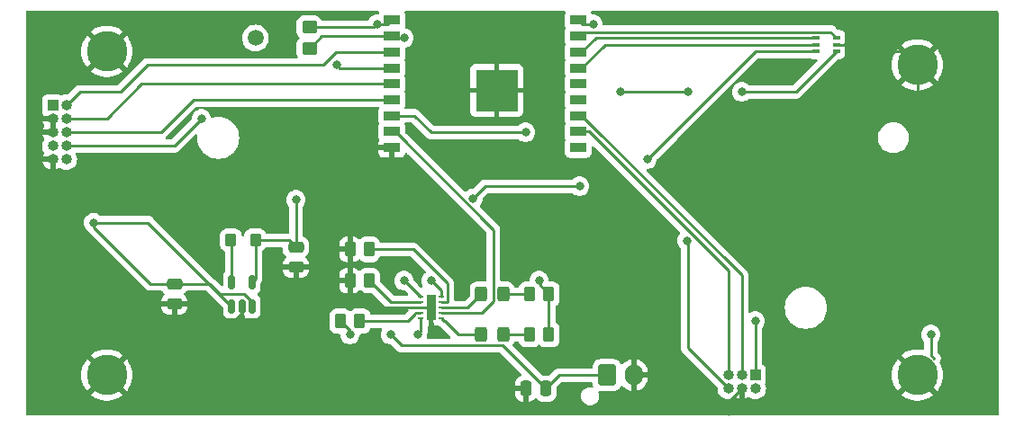
<source format=gtl>
G04 #@! TF.GenerationSoftware,KiCad,Pcbnew,7.0.10*
G04 #@! TF.CreationDate,2024-04-08T00:43:02-04:00*
G04 #@! TF.ProjectId,JokerIteration1,4a6f6b65-7249-4746-9572-6174696f6e31,rev?*
G04 #@! TF.SameCoordinates,Original*
G04 #@! TF.FileFunction,Copper,L1,Top*
G04 #@! TF.FilePolarity,Positive*
%FSLAX46Y46*%
G04 Gerber Fmt 4.6, Leading zero omitted, Abs format (unit mm)*
G04 Created by KiCad (PCBNEW 7.0.10) date 2024-04-08 00:43:02*
%MOMM*%
%LPD*%
G01*
G04 APERTURE LIST*
G04 Aperture macros list*
%AMRoundRect*
0 Rectangle with rounded corners*
0 $1 Rounding radius*
0 $2 $3 $4 $5 $6 $7 $8 $9 X,Y pos of 4 corners*
0 Add a 4 corners polygon primitive as box body*
4,1,4,$2,$3,$4,$5,$6,$7,$8,$9,$2,$3,0*
0 Add four circle primitives for the rounded corners*
1,1,$1+$1,$2,$3*
1,1,$1+$1,$4,$5*
1,1,$1+$1,$6,$7*
1,1,$1+$1,$8,$9*
0 Add four rect primitives between the rounded corners*
20,1,$1+$1,$2,$3,$4,$5,0*
20,1,$1+$1,$4,$5,$6,$7,0*
20,1,$1+$1,$6,$7,$8,$9,0*
20,1,$1+$1,$8,$9,$2,$3,0*%
G04 Aperture macros list end*
G04 #@! TA.AperFunction,ComponentPad*
%ADD10RoundRect,0.250000X-0.600000X-0.750000X0.600000X-0.750000X0.600000X0.750000X-0.600000X0.750000X0*%
G04 #@! TD*
G04 #@! TA.AperFunction,ComponentPad*
%ADD11O,1.700000X2.000000*%
G04 #@! TD*
G04 #@! TA.AperFunction,SMDPad,CuDef*
%ADD12RoundRect,0.250000X0.250000X0.475000X-0.250000X0.475000X-0.250000X-0.475000X0.250000X-0.475000X0*%
G04 #@! TD*
G04 #@! TA.AperFunction,ComponentPad*
%ADD13R,1.000000X1.000000*%
G04 #@! TD*
G04 #@! TA.AperFunction,ComponentPad*
%ADD14O,1.000000X1.000000*%
G04 #@! TD*
G04 #@! TA.AperFunction,SMDPad,CuDef*
%ADD15RoundRect,0.250000X-0.262500X-0.450000X0.262500X-0.450000X0.262500X0.450000X-0.262500X0.450000X0*%
G04 #@! TD*
G04 #@! TA.AperFunction,SMDPad,CuDef*
%ADD16R,0.500000X0.250000*%
G04 #@! TD*
G04 #@! TA.AperFunction,SMDPad,CuDef*
%ADD17R,0.840000X2.400000*%
G04 #@! TD*
G04 #@! TA.AperFunction,SMDPad,CuDef*
%ADD18R,0.650000X0.400000*%
G04 #@! TD*
G04 #@! TA.AperFunction,SMDPad,CuDef*
%ADD19RoundRect,0.250000X-0.325000X-0.450000X0.325000X-0.450000X0.325000X0.450000X-0.325000X0.450000X0*%
G04 #@! TD*
G04 #@! TA.AperFunction,ComponentPad*
%ADD20C,3.800000*%
G04 #@! TD*
G04 #@! TA.AperFunction,SMDPad,CuDef*
%ADD21RoundRect,0.250000X-0.475000X0.250000X-0.475000X-0.250000X0.475000X-0.250000X0.475000X0.250000X0*%
G04 #@! TD*
G04 #@! TA.AperFunction,SMDPad,CuDef*
%ADD22C,1.500000*%
G04 #@! TD*
G04 #@! TA.AperFunction,SMDPad,CuDef*
%ADD23RoundRect,0.250000X-0.450000X0.350000X-0.450000X-0.350000X0.450000X-0.350000X0.450000X0.350000X0*%
G04 #@! TD*
G04 #@! TA.AperFunction,SMDPad,CuDef*
%ADD24RoundRect,0.150000X0.150000X-0.512500X0.150000X0.512500X-0.150000X0.512500X-0.150000X-0.512500X0*%
G04 #@! TD*
G04 #@! TA.AperFunction,SMDPad,CuDef*
%ADD25R,1.500000X0.900000*%
G04 #@! TD*
G04 #@! TA.AperFunction,SMDPad,CuDef*
%ADD26R,4.000000X4.000000*%
G04 #@! TD*
G04 #@! TA.AperFunction,SMDPad,CuDef*
%ADD27RoundRect,0.250000X-0.275000X-0.350000X0.275000X-0.350000X0.275000X0.350000X-0.275000X0.350000X0*%
G04 #@! TD*
G04 #@! TA.AperFunction,ViaPad*
%ADD28C,0.800000*%
G04 #@! TD*
G04 #@! TA.AperFunction,Conductor*
%ADD29C,0.250000*%
G04 #@! TD*
G04 APERTURE END LIST*
D10*
X127040000Y-120650000D03*
D11*
X129540000Y-120650000D03*
D12*
X121280000Y-121920000D03*
X119380000Y-121920000D03*
D13*
X140970000Y-120650000D03*
D14*
X140970000Y-121920000D03*
X139700000Y-120650000D03*
X139700000Y-121920000D03*
X138430000Y-120650000D03*
X138430000Y-121920000D03*
D15*
X102870000Y-111760000D03*
X104695000Y-111760000D03*
D16*
X109540000Y-113300000D03*
X109540000Y-113800000D03*
X109540000Y-114300000D03*
X109540000Y-114800000D03*
X109540000Y-115300000D03*
X111440000Y-115300000D03*
X111440000Y-114800000D03*
X111440000Y-114300000D03*
X111440000Y-113800000D03*
X111440000Y-113300000D03*
D17*
X110490000Y-114300000D03*
D13*
X74930000Y-95250000D03*
D14*
X76200000Y-95250000D03*
X74930000Y-96520000D03*
X76200000Y-96520000D03*
X74930000Y-97790000D03*
X76200000Y-97790000D03*
X74930000Y-99060000D03*
X76200000Y-99060000D03*
X74930000Y-100330000D03*
X76200000Y-100330000D03*
D18*
X148590000Y-90170000D03*
X148590000Y-89520000D03*
X148590000Y-88870000D03*
X146690000Y-88870000D03*
X146690000Y-89520000D03*
X146690000Y-90170000D03*
D19*
X115212500Y-116840000D03*
X117262500Y-116840000D03*
D20*
X80010000Y-120650000D03*
X156210000Y-120650000D03*
D15*
X119737500Y-116840000D03*
X121562500Y-116840000D03*
D21*
X97790000Y-108590000D03*
X97790000Y-110490000D03*
D22*
X93980000Y-88900000D03*
D20*
X80010000Y-90170000D03*
D23*
X99060000Y-87900000D03*
X99060000Y-89900000D03*
D20*
X156210000Y-91440000D03*
D15*
X101957500Y-115570000D03*
X103782500Y-115570000D03*
X102870000Y-108810000D03*
X104695000Y-108810000D03*
D24*
X91760000Y-114167500D03*
X92710000Y-114167500D03*
X93660000Y-114167500D03*
X93660000Y-111892500D03*
X91760000Y-111892500D03*
D15*
X119737500Y-113030000D03*
X121562500Y-113030000D03*
D25*
X106820000Y-87230000D03*
X106820000Y-88730000D03*
X106820000Y-90230000D03*
X106820000Y-91730000D03*
X106820000Y-93230000D03*
X106820000Y-94730000D03*
X106820000Y-96230000D03*
X106820000Y-97730000D03*
X106820000Y-99230000D03*
X124320000Y-99230000D03*
X124320000Y-97730000D03*
X124320000Y-96230000D03*
X124320000Y-94730000D03*
X124320000Y-93230000D03*
X124320000Y-91730000D03*
X124320000Y-90230000D03*
X124320000Y-88730000D03*
X124320000Y-87230000D03*
D26*
X116670000Y-93840000D03*
D27*
X91680000Y-107950000D03*
X93980000Y-107950000D03*
D21*
X86360000Y-112080000D03*
X86360000Y-113980000D03*
D19*
X115212500Y-113030000D03*
X117262500Y-113030000D03*
D28*
X134620000Y-93980000D03*
X139700000Y-93980000D03*
X119380000Y-97790000D03*
X128270000Y-93980000D03*
X97790000Y-104140000D03*
X105410000Y-87630000D03*
X106680000Y-116840000D03*
X107950000Y-111760000D03*
X157480000Y-116840000D03*
X158750000Y-101600000D03*
X124460000Y-102870000D03*
X114427653Y-104012347D03*
X130810000Y-100330000D03*
X78780000Y-106300000D03*
X110490000Y-111760000D03*
X120650000Y-111760000D03*
X125730000Y-87620000D03*
X134567347Y-108002653D03*
X102870000Y-116840000D03*
X109220000Y-116840000D03*
X101600000Y-91440000D03*
X88900000Y-96520000D03*
X140970000Y-115570000D03*
X107950000Y-88900000D03*
D29*
X148590000Y-90170000D02*
X144780000Y-93980000D01*
X108930000Y-96230000D02*
X106820000Y-96230000D01*
X144780000Y-93980000D02*
X139700000Y-93980000D01*
X134620000Y-93980000D02*
X128270000Y-93980000D01*
X110490000Y-97790000D02*
X108930000Y-96230000D01*
X119380000Y-97790000D02*
X110490000Y-97790000D01*
X97790000Y-104140000D02*
X97790000Y-108590000D01*
X105410000Y-87630000D02*
X105140000Y-87900000D01*
X105140000Y-87900000D02*
X99060000Y-87900000D01*
X105410000Y-87630000D02*
X106420000Y-87630000D01*
X106420000Y-87630000D02*
X106820000Y-87230000D01*
X107950000Y-111760000D02*
X108000000Y-111760000D01*
X108000000Y-111760000D02*
X109540000Y-113300000D01*
X121280000Y-121920000D02*
X117225000Y-117865000D01*
X117225000Y-117865000D02*
X107705000Y-117865000D01*
X107705000Y-117865000D02*
X106680000Y-116840000D01*
X157480000Y-116840000D02*
X157480000Y-118773374D01*
X157480000Y-118773374D02*
X157783313Y-119076687D01*
X156210000Y-99060000D02*
X158750000Y-101600000D01*
X156210000Y-91440000D02*
X156210000Y-99060000D01*
X152400000Y-90170000D02*
X154940000Y-90170000D01*
X154940000Y-90170000D02*
X156210000Y-91440000D01*
X151750000Y-89520000D02*
X152400000Y-90170000D01*
X148590000Y-89520000D02*
X151750000Y-89520000D01*
X109540000Y-114300000D02*
X105410000Y-114300000D01*
X105410000Y-114300000D02*
X103857500Y-112747500D01*
X110490000Y-114300000D02*
X109540000Y-114300000D01*
X139700000Y-121920000D02*
X138430000Y-123190000D01*
X138430000Y-123190000D02*
X138430000Y-124335000D01*
X115570000Y-102870000D02*
X114300000Y-104140000D01*
X114300000Y-104140000D02*
X114427653Y-104012347D01*
X124460000Y-102870000D02*
X115570000Y-102870000D01*
X140970000Y-90170000D02*
X130810000Y-100330000D01*
X146690000Y-90170000D02*
X140970000Y-90170000D01*
X107950000Y-88900000D02*
X106990000Y-88900000D01*
X106990000Y-88900000D02*
X106820000Y-88730000D01*
X84140000Y-112080000D02*
X78780000Y-106720000D01*
X91760000Y-114167500D02*
X89672500Y-112080000D01*
X93660000Y-114167500D02*
X93660000Y-113779092D01*
X111440000Y-112710000D02*
X111440000Y-113300000D01*
X120650000Y-112117500D02*
X121562500Y-113030000D01*
X121562500Y-113030000D02*
X121562500Y-116840000D01*
X120650000Y-111760000D02*
X120650000Y-112117500D01*
X83892500Y-106300000D02*
X78780000Y-106300000D01*
X86360000Y-112080000D02*
X84140000Y-112080000D01*
X78780000Y-106720000D02*
X78780000Y-106300000D01*
X92910908Y-113030000D02*
X90622500Y-113030000D01*
X89672500Y-112080000D02*
X86360000Y-112080000D01*
X93660000Y-113779092D02*
X92910908Y-113030000D01*
X90622500Y-113030000D02*
X89672500Y-112080000D01*
X110490000Y-111760000D02*
X111440000Y-112710000D01*
X91760000Y-114167500D02*
X83892500Y-106300000D01*
X91969999Y-115570000D02*
X92710000Y-114829999D01*
X86360000Y-113980000D02*
X86360000Y-115570000D01*
X86360000Y-115570000D02*
X91969999Y-115570000D01*
X92710000Y-114829999D02*
X92710000Y-114167500D01*
X122550000Y-120650000D02*
X127040000Y-120650000D01*
X121280000Y-121920000D02*
X122550000Y-120650000D01*
X93980000Y-111572500D02*
X93660000Y-111892500D01*
X93980000Y-107950000D02*
X97150000Y-107950000D01*
X93980000Y-107950000D02*
X93980000Y-111572500D01*
X97150000Y-107950000D02*
X97790000Y-108590000D01*
X111760000Y-115570000D02*
X111710000Y-115570000D01*
X115212500Y-116840000D02*
X113030000Y-116840000D01*
X111710000Y-115570000D02*
X111440000Y-115300000D01*
X113030000Y-116840000D02*
X111760000Y-115570000D01*
X117262500Y-116840000D02*
X119737500Y-116840000D01*
X113942500Y-114300000D02*
X111440000Y-114300000D01*
X115212500Y-113030000D02*
X113942500Y-114300000D01*
X117262500Y-113030000D02*
X119737500Y-113030000D01*
X139700000Y-111260000D02*
X124670000Y-96230000D01*
X124670000Y-96230000D02*
X124320000Y-96230000D01*
X139700000Y-120650000D02*
X139700000Y-111260000D01*
X125320000Y-97730000D02*
X124320000Y-97730000D01*
X138430000Y-110840000D02*
X125320000Y-97730000D01*
X138430000Y-120650000D02*
X138430000Y-110840000D01*
X138430000Y-121920000D02*
X134620000Y-118110000D01*
X134620000Y-109220000D02*
X134620000Y-108055306D01*
X134620000Y-108055306D02*
X134567347Y-108002653D01*
X124710000Y-87620000D02*
X124320000Y-87230000D01*
X125730000Y-87620000D02*
X124710000Y-87620000D01*
X134620000Y-118110000D02*
X134620000Y-109220000D01*
X91760000Y-108030000D02*
X91680000Y-107950000D01*
X91760000Y-111892500D02*
X91760000Y-108030000D01*
X108810000Y-108810000D02*
X104695000Y-108810000D01*
X111965000Y-113800000D02*
X112015000Y-113750000D01*
X112015000Y-112015000D02*
X108810000Y-108810000D01*
X112015000Y-113750000D02*
X112015000Y-112015000D01*
X111440000Y-113800000D02*
X111965000Y-113800000D01*
X102870000Y-116840000D02*
X102870000Y-116482500D01*
X102870000Y-116482500D02*
X101957500Y-115570000D01*
X108310000Y-115570000D02*
X103782500Y-115570000D01*
X109015000Y-114865000D02*
X108310000Y-115570000D01*
X109015000Y-114800000D02*
X109015000Y-114865000D01*
X109540000Y-114800000D02*
X109015000Y-114800000D01*
X109540000Y-115300000D02*
X109540000Y-116520000D01*
X109540000Y-116520000D02*
X109220000Y-116840000D01*
X124705000Y-88345000D02*
X124320000Y-88730000D01*
X148590000Y-88870000D02*
X148065000Y-88345000D01*
X148065000Y-88345000D02*
X124705000Y-88345000D01*
X146690000Y-88870000D02*
X125980000Y-88870000D01*
X125980000Y-88870000D02*
X124620000Y-90230000D01*
X124620000Y-90230000D02*
X124320000Y-90230000D01*
X124620000Y-91730000D02*
X124320000Y-91730000D01*
X146690000Y-89520000D02*
X126830000Y-89520000D01*
X126830000Y-89520000D02*
X124620000Y-91730000D01*
X83820000Y-91440000D02*
X100330000Y-91440000D01*
X101540000Y-90230000D02*
X106820000Y-90230000D01*
X100330000Y-91440000D02*
X101540000Y-90230000D01*
X77470000Y-93980000D02*
X81280000Y-93980000D01*
X81280000Y-93980000D02*
X83820000Y-91440000D01*
X76200000Y-95250000D02*
X77470000Y-93980000D01*
X80010000Y-96520000D02*
X83300000Y-93230000D01*
X83300000Y-93230000D02*
X106820000Y-93230000D01*
X76200000Y-96520000D02*
X80010000Y-96520000D01*
X76200000Y-97790000D02*
X85090000Y-97790000D01*
X85090000Y-97790000D02*
X88150000Y-94730000D01*
X88150000Y-94730000D02*
X106820000Y-94730000D01*
X101890000Y-91730000D02*
X106820000Y-91730000D01*
X101600000Y-91440000D02*
X101890000Y-91730000D01*
X86360000Y-99060000D02*
X88900000Y-96520000D01*
X76200000Y-99060000D02*
X86360000Y-99060000D01*
X99060000Y-89900000D02*
X100230000Y-88730000D01*
X140970000Y-120650000D02*
X140970000Y-115570000D01*
X100230000Y-88730000D02*
X106820000Y-88730000D01*
X106735000Y-113800000D02*
X104695000Y-111760000D01*
X109540000Y-113800000D02*
X106735000Y-113800000D01*
X115287600Y-114800000D02*
X116362500Y-113725100D01*
X107120000Y-97730000D02*
X106820000Y-97730000D01*
X116362500Y-113725100D02*
X116362500Y-106972500D01*
X111440000Y-114800000D02*
X115287600Y-114800000D01*
X116362500Y-106972500D02*
X107120000Y-97730000D01*
G04 #@! TA.AperFunction,Conductor*
G36*
X105572193Y-86380185D02*
G01*
X105617948Y-86432989D01*
X105627892Y-86502147D01*
X105621335Y-86527835D01*
X105619112Y-86533794D01*
X105619111Y-86533796D01*
X105585305Y-86624430D01*
X105579187Y-86640835D01*
X105537316Y-86696768D01*
X105471851Y-86721184D01*
X105463006Y-86721500D01*
X105314513Y-86721500D01*
X105127714Y-86761205D01*
X105127712Y-86761206D01*
X104975709Y-86828882D01*
X104953246Y-86838883D01*
X104798745Y-86951135D01*
X104670958Y-87093057D01*
X104606617Y-87204500D01*
X104556050Y-87252716D01*
X104499230Y-87266500D01*
X100295524Y-87266500D01*
X100228485Y-87246815D01*
X100189985Y-87207597D01*
X100119336Y-87093057D01*
X100109030Y-87076348D01*
X99983652Y-86950970D01*
X99832738Y-86857885D01*
X99775390Y-86838882D01*
X99664427Y-86802113D01*
X99560546Y-86791500D01*
X98559462Y-86791500D01*
X98559446Y-86791501D01*
X98455572Y-86802113D01*
X98287264Y-86857884D01*
X98287259Y-86857886D01*
X98136346Y-86950971D01*
X98010971Y-87076346D01*
X97917886Y-87227259D01*
X97917884Y-87227264D01*
X97862113Y-87395572D01*
X97851500Y-87499447D01*
X97851500Y-88300537D01*
X97851501Y-88300553D01*
X97857887Y-88363057D01*
X97862113Y-88404426D01*
X97917885Y-88572738D01*
X98002591Y-88710068D01*
X98010971Y-88723653D01*
X98099637Y-88812319D01*
X98133122Y-88873642D01*
X98128138Y-88943334D01*
X98099637Y-88987681D01*
X98010971Y-89076346D01*
X97917886Y-89227259D01*
X97917884Y-89227264D01*
X97862113Y-89395572D01*
X97851500Y-89499447D01*
X97851500Y-90300537D01*
X97851501Y-90300553D01*
X97862113Y-90404427D01*
X97917884Y-90572735D01*
X97917886Y-90572740D01*
X97945435Y-90617403D01*
X97963875Y-90684796D01*
X97942952Y-90751459D01*
X97889310Y-90796229D01*
X97839896Y-90806500D01*
X83903629Y-90806500D01*
X83887886Y-90804761D01*
X83887861Y-90805033D01*
X83880093Y-90804298D01*
X83812001Y-90806439D01*
X83808106Y-90806500D01*
X83780143Y-90806500D01*
X83776031Y-90807019D01*
X83764402Y-90807934D01*
X83720111Y-90809326D01*
X83720108Y-90809327D01*
X83700505Y-90815022D01*
X83681459Y-90818966D01*
X83661203Y-90821526D01*
X83661201Y-90821526D01*
X83620007Y-90837835D01*
X83608964Y-90841616D01*
X83566404Y-90853982D01*
X83566403Y-90853983D01*
X83548824Y-90864378D01*
X83531364Y-90872932D01*
X83512384Y-90880447D01*
X83512382Y-90880448D01*
X83476545Y-90906485D01*
X83466785Y-90912896D01*
X83428638Y-90935456D01*
X83414196Y-90949898D01*
X83399408Y-90962527D01*
X83382897Y-90974523D01*
X83382892Y-90974528D01*
X83354652Y-91008663D01*
X83346792Y-91017301D01*
X81053914Y-93310181D01*
X80992591Y-93343666D01*
X80966233Y-93346500D01*
X77553634Y-93346500D01*
X77537886Y-93344761D01*
X77537861Y-93345032D01*
X77530094Y-93344298D01*
X77530091Y-93344298D01*
X77461983Y-93346439D01*
X77458087Y-93346500D01*
X77430136Y-93346500D01*
X77426040Y-93347018D01*
X77414402Y-93347934D01*
X77370111Y-93349326D01*
X77370108Y-93349327D01*
X77350505Y-93355022D01*
X77331459Y-93358966D01*
X77311203Y-93361526D01*
X77311201Y-93361526D01*
X77311199Y-93361527D01*
X77269998Y-93377839D01*
X77258951Y-93381621D01*
X77216406Y-93393982D01*
X77198833Y-93404374D01*
X77181370Y-93412929D01*
X77162385Y-93420446D01*
X77162384Y-93420447D01*
X77126543Y-93446487D01*
X77116781Y-93452899D01*
X77078637Y-93475458D01*
X77064196Y-93489898D01*
X77049408Y-93502527D01*
X77032897Y-93514523D01*
X77032892Y-93514528D01*
X77004652Y-93548663D01*
X76996792Y-93557301D01*
X76348411Y-94205682D01*
X76287088Y-94239167D01*
X76248577Y-94241404D01*
X76200000Y-94236620D01*
X76002302Y-94256091D01*
X76002299Y-94256092D01*
X75812196Y-94313759D01*
X75812194Y-94313759D01*
X75812184Y-94313763D01*
X75806565Y-94316091D01*
X75805916Y-94314524D01*
X75745452Y-94327108D01*
X75681101Y-94302776D01*
X75676207Y-94299112D01*
X75676206Y-94299111D01*
X75539203Y-94248011D01*
X75478654Y-94241500D01*
X75478638Y-94241500D01*
X74381362Y-94241500D01*
X74381345Y-94241500D01*
X74320797Y-94248011D01*
X74320795Y-94248011D01*
X74183795Y-94299111D01*
X74066739Y-94386739D01*
X73979111Y-94503795D01*
X73928011Y-94640795D01*
X73928011Y-94640797D01*
X73921500Y-94701345D01*
X73921500Y-95798654D01*
X73928011Y-95859202D01*
X73928011Y-95859204D01*
X73979111Y-95996206D01*
X73979112Y-95996207D01*
X73988440Y-96008667D01*
X74012858Y-96074131D01*
X74003738Y-96130424D01*
X74001649Y-96135467D01*
X73960839Y-96269998D01*
X73960840Y-96270000D01*
X74715517Y-96270000D01*
X74644199Y-96354993D01*
X74605000Y-96462694D01*
X74605000Y-96577306D01*
X74644199Y-96685007D01*
X74717871Y-96772805D01*
X74817129Y-96830112D01*
X74901564Y-96845000D01*
X74958436Y-96845000D01*
X75042871Y-96830112D01*
X75142129Y-96772805D01*
X75180000Y-96727672D01*
X75180000Y-97582327D01*
X75142129Y-97537195D01*
X75042871Y-97479888D01*
X74958436Y-97465000D01*
X74901564Y-97465000D01*
X74817129Y-97479888D01*
X74717871Y-97537195D01*
X74644199Y-97624993D01*
X74605000Y-97732694D01*
X74605000Y-97847306D01*
X74644199Y-97955007D01*
X74715517Y-98040000D01*
X73960840Y-98040000D01*
X74001652Y-98174541D01*
X74094510Y-98348266D01*
X74095016Y-98349023D01*
X74095158Y-98349479D01*
X74097378Y-98353631D01*
X74096590Y-98354052D01*
X74115886Y-98415703D01*
X74097392Y-98483081D01*
X74087768Y-98496552D01*
X74087413Y-98496984D01*
X74087401Y-98497002D01*
X73993760Y-98672191D01*
X73936091Y-98862300D01*
X73916620Y-99060000D01*
X73936091Y-99257699D01*
X73993760Y-99447808D01*
X74087403Y-99623002D01*
X74087404Y-99623003D01*
X74087761Y-99623438D01*
X74087876Y-99623709D01*
X74090791Y-99628072D01*
X74089963Y-99628624D01*
X74115072Y-99687749D01*
X74103278Y-99756616D01*
X74095016Y-99770977D01*
X74094510Y-99771733D01*
X74001652Y-99945458D01*
X73960839Y-100079999D01*
X73960840Y-100080000D01*
X74715517Y-100080000D01*
X74644199Y-100164993D01*
X74605000Y-100272694D01*
X74605000Y-100387306D01*
X74644199Y-100495007D01*
X74717871Y-100582805D01*
X74817129Y-100640112D01*
X74901564Y-100655000D01*
X74958436Y-100655000D01*
X75042871Y-100640112D01*
X75142129Y-100582805D01*
X75180000Y-100537672D01*
X75180000Y-101299159D01*
X75314534Y-101258349D01*
X75488256Y-101165494D01*
X75488993Y-101165002D01*
X75489438Y-101164862D01*
X75493632Y-101162621D01*
X75494056Y-101163415D01*
X75555668Y-101144114D01*
X75623051Y-101162589D01*
X75636563Y-101172240D01*
X75636994Y-101172594D01*
X75636997Y-101172596D01*
X75812191Y-101266239D01*
X75812193Y-101266239D01*
X75812196Y-101266241D01*
X76002299Y-101323908D01*
X76002298Y-101323908D01*
X76020024Y-101325653D01*
X76200000Y-101343380D01*
X76397701Y-101323908D01*
X76587804Y-101266241D01*
X76763004Y-101172595D01*
X76916568Y-101046568D01*
X77042595Y-100893004D01*
X77136241Y-100717804D01*
X77193908Y-100527701D01*
X77213380Y-100330000D01*
X77193908Y-100132299D01*
X77136241Y-99942196D01*
X77136239Y-99942193D01*
X77136239Y-99942191D01*
X77100834Y-99875953D01*
X77086592Y-99807550D01*
X77111592Y-99742307D01*
X77167897Y-99700936D01*
X77210192Y-99693500D01*
X86276366Y-99693500D01*
X86292113Y-99695238D01*
X86292139Y-99694968D01*
X86299905Y-99695701D01*
X86299909Y-99695702D01*
X86368017Y-99693560D01*
X86371913Y-99693500D01*
X86399858Y-99693500D01*
X86399860Y-99693499D01*
X86401262Y-99693322D01*
X86403949Y-99692983D01*
X86415608Y-99692064D01*
X86459889Y-99690673D01*
X86479481Y-99684980D01*
X86498538Y-99681032D01*
X86518797Y-99678474D01*
X86560006Y-99662157D01*
X86571043Y-99658379D01*
X86613593Y-99646018D01*
X86631165Y-99635625D01*
X86648632Y-99627068D01*
X86667617Y-99619552D01*
X86703461Y-99593508D01*
X86713230Y-99587092D01*
X86751362Y-99564542D01*
X86765802Y-99550100D01*
X86780592Y-99537470D01*
X86797107Y-99525472D01*
X86825359Y-99491319D01*
X86833203Y-99482699D01*
X88307247Y-98008655D01*
X88368568Y-97975172D01*
X88438260Y-97980156D01*
X88494193Y-98022028D01*
X88518610Y-98087492D01*
X88518610Y-98105184D01*
X88504748Y-98298998D01*
X88504748Y-98299001D01*
X88524930Y-98581175D01*
X88524931Y-98581182D01*
X88585061Y-98857601D01*
X88683925Y-99122666D01*
X88683927Y-99122670D01*
X88819499Y-99370951D01*
X88819504Y-99370959D01*
X88989029Y-99597418D01*
X88989045Y-99597436D01*
X89189063Y-99797454D01*
X89189081Y-99797470D01*
X89415540Y-99966995D01*
X89415548Y-99967000D01*
X89663829Y-100102572D01*
X89663833Y-100102574D01*
X89663835Y-100102575D01*
X89928894Y-100201437D01*
X89928897Y-100201437D01*
X89928898Y-100201438D01*
X90205314Y-100261568D01*
X90205319Y-100261568D01*
X90205325Y-100261570D01*
X90416865Y-100276700D01*
X90558135Y-100276700D01*
X90769675Y-100261570D01*
X90769682Y-100261568D01*
X90769685Y-100261568D01*
X91046101Y-100201438D01*
X91046100Y-100201438D01*
X91046106Y-100201437D01*
X91311165Y-100102575D01*
X91559457Y-99966997D01*
X91785926Y-99797464D01*
X91985964Y-99597426D01*
X92073868Y-99480000D01*
X105570000Y-99480000D01*
X105570000Y-99727844D01*
X105576401Y-99787372D01*
X105576403Y-99787379D01*
X105626645Y-99922086D01*
X105626649Y-99922093D01*
X105712809Y-100037187D01*
X105712812Y-100037190D01*
X105827906Y-100123350D01*
X105827913Y-100123354D01*
X105962620Y-100173596D01*
X105962627Y-100173598D01*
X106022155Y-100179999D01*
X106022172Y-100180000D01*
X106570000Y-100180000D01*
X106570000Y-99480000D01*
X105570000Y-99480000D01*
X92073868Y-99480000D01*
X92155497Y-99370957D01*
X92291075Y-99122665D01*
X92389937Y-98857606D01*
X92450070Y-98581175D01*
X92470252Y-98299000D01*
X92450070Y-98016825D01*
X92409193Y-97828914D01*
X92389938Y-97740398D01*
X92381152Y-97716843D01*
X92291075Y-97475335D01*
X92260013Y-97418450D01*
X92155500Y-97227048D01*
X92155495Y-97227040D01*
X91985970Y-97000581D01*
X91985954Y-97000563D01*
X91785936Y-96800545D01*
X91785918Y-96800529D01*
X91559459Y-96631004D01*
X91559451Y-96630999D01*
X91311170Y-96495427D01*
X91311166Y-96495425D01*
X91046101Y-96396561D01*
X90769685Y-96336431D01*
X90769671Y-96336429D01*
X90558137Y-96321300D01*
X90558135Y-96321300D01*
X90416865Y-96321300D01*
X90416862Y-96321300D01*
X90205328Y-96336429D01*
X90205311Y-96336432D01*
X89932276Y-96395826D01*
X89862585Y-96390842D01*
X89806652Y-96348970D01*
X89787988Y-96312978D01*
X89734529Y-96148450D01*
X89734528Y-96148449D01*
X89734527Y-96148444D01*
X89639040Y-95983056D01*
X89511253Y-95841134D01*
X89356752Y-95728882D01*
X89182288Y-95651206D01*
X89182286Y-95651205D01*
X88995486Y-95611499D01*
X88989020Y-95610820D01*
X88924407Y-95584234D01*
X88900367Y-95549783D01*
X88891727Y-95568703D01*
X88832949Y-95606477D01*
X88810980Y-95610820D01*
X88804513Y-95611499D01*
X88617714Y-95651205D01*
X88617712Y-95651206D01*
X88477995Y-95713412D01*
X88443246Y-95728883D01*
X88288745Y-95841135D01*
X88160959Y-95983057D01*
X88065473Y-96148443D01*
X88065470Y-96148450D01*
X88006459Y-96330068D01*
X88006458Y-96330072D01*
X87992519Y-96462694D01*
X87989019Y-96495995D01*
X87962434Y-96560609D01*
X87953379Y-96570714D01*
X86133914Y-98390181D01*
X86072591Y-98423666D01*
X86046233Y-98426500D01*
X85649133Y-98426500D01*
X85582094Y-98406815D01*
X85536339Y-98354011D01*
X85526395Y-98284853D01*
X85553569Y-98223484D01*
X85555340Y-98221342D01*
X85563203Y-98212699D01*
X88376085Y-95399819D01*
X88437408Y-95366334D01*
X88463766Y-95363500D01*
X88798014Y-95363500D01*
X88865053Y-95383185D01*
X88900949Y-95424611D01*
X88917277Y-95396944D01*
X88979683Y-95365522D01*
X89001986Y-95363500D01*
X105504035Y-95363500D01*
X105571074Y-95383185D01*
X105616829Y-95435989D01*
X105626773Y-95505147D01*
X105620216Y-95530835D01*
X105619112Y-95533794D01*
X105619111Y-95533796D01*
X105613148Y-95549783D01*
X105568011Y-95670795D01*
X105568011Y-95670797D01*
X105561500Y-95731345D01*
X105561500Y-96728654D01*
X105568011Y-96789202D01*
X105568011Y-96789204D01*
X105609270Y-96899819D01*
X105617246Y-96921205D01*
X105622210Y-96934512D01*
X105619308Y-96935594D01*
X105630886Y-96988874D01*
X105620340Y-97024790D01*
X105622210Y-97025488D01*
X105568011Y-97170795D01*
X105568011Y-97170797D01*
X105561500Y-97231345D01*
X105561500Y-98228654D01*
X105568011Y-98289202D01*
X105568011Y-98289204D01*
X105619111Y-98426204D01*
X105621203Y-98430035D01*
X105622130Y-98434299D01*
X105622210Y-98434512D01*
X105622179Y-98434523D01*
X105636056Y-98498308D01*
X105628554Y-98532796D01*
X105576403Y-98672620D01*
X105576401Y-98672627D01*
X105570000Y-98732155D01*
X105570000Y-98980000D01*
X106946000Y-98980000D01*
X107013039Y-98999685D01*
X107058794Y-99052489D01*
X107070000Y-99104000D01*
X107070000Y-100180000D01*
X107617828Y-100180000D01*
X107617844Y-100179999D01*
X107677372Y-100173598D01*
X107677379Y-100173596D01*
X107812086Y-100123354D01*
X107812093Y-100123350D01*
X107927187Y-100037190D01*
X107927190Y-100037187D01*
X108013350Y-99922093D01*
X108013355Y-99922084D01*
X108055356Y-99809472D01*
X108097226Y-99753538D01*
X108162690Y-99729120D01*
X108230963Y-99743971D01*
X108259219Y-99765123D01*
X115692681Y-107198585D01*
X115726166Y-107259908D01*
X115729000Y-107286266D01*
X115729000Y-111698586D01*
X115709315Y-111765625D01*
X115656511Y-111811380D01*
X115592406Y-111821945D01*
X115588047Y-111821500D01*
X114836962Y-111821500D01*
X114836946Y-111821501D01*
X114733072Y-111832113D01*
X114564764Y-111887884D01*
X114564759Y-111887886D01*
X114413846Y-111980971D01*
X114288471Y-112106346D01*
X114195386Y-112257259D01*
X114195384Y-112257264D01*
X114139613Y-112425572D01*
X114129000Y-112529447D01*
X114129000Y-113166232D01*
X114109315Y-113233271D01*
X114092681Y-113253913D01*
X113716414Y-113630181D01*
X113655091Y-113663666D01*
X113628733Y-113666500D01*
X112772500Y-113666500D01*
X112705461Y-113646815D01*
X112659706Y-113594011D01*
X112648500Y-113542500D01*
X112648500Y-112098626D01*
X112650238Y-112082881D01*
X112649967Y-112082856D01*
X112650701Y-112075093D01*
X112648561Y-112006999D01*
X112648500Y-112003104D01*
X112648500Y-111975150D01*
X112648500Y-111975144D01*
X112647980Y-111971031D01*
X112647064Y-111959389D01*
X112646700Y-111947816D01*
X112645673Y-111915110D01*
X112645251Y-111913659D01*
X112640568Y-111897541D01*
X112639977Y-111895508D01*
X112636032Y-111876457D01*
X112633474Y-111856203D01*
X112617165Y-111815011D01*
X112613380Y-111803958D01*
X112601018Y-111761406D01*
X112590625Y-111743833D01*
X112582063Y-111726355D01*
X112575771Y-111710463D01*
X112574552Y-111707383D01*
X112574550Y-111707380D01*
X112574549Y-111707378D01*
X112548512Y-111671541D01*
X112542098Y-111661778D01*
X112536629Y-111652530D01*
X112519542Y-111623637D01*
X112505108Y-111609203D01*
X112492469Y-111594406D01*
X112480471Y-111577892D01*
X112446336Y-111549653D01*
X112437696Y-111541791D01*
X109317088Y-108421183D01*
X109307187Y-108408823D01*
X109306977Y-108408998D01*
X109302001Y-108402984D01*
X109302000Y-108402982D01*
X109252315Y-108356325D01*
X109249550Y-108353645D01*
X109229766Y-108333861D01*
X109226504Y-108331331D01*
X109217619Y-108323743D01*
X109205995Y-108312828D01*
X109185321Y-108293414D01*
X109185319Y-108293412D01*
X109167431Y-108283578D01*
X109151170Y-108272897D01*
X109135039Y-108260384D01*
X109094375Y-108242788D01*
X109083885Y-108237649D01*
X109045060Y-108216305D01*
X109045056Y-108216304D01*
X109025287Y-108211228D01*
X109006881Y-108204926D01*
X108988144Y-108196818D01*
X108988145Y-108196818D01*
X108944383Y-108189887D01*
X108932947Y-108187519D01*
X108918193Y-108183731D01*
X108890032Y-108176500D01*
X108890030Y-108176500D01*
X108869616Y-108176500D01*
X108850217Y-108174973D01*
X108830058Y-108171780D01*
X108830057Y-108171780D01*
X108785943Y-108175950D01*
X108774274Y-108176500D01*
X105785295Y-108176500D01*
X105718256Y-108156815D01*
X105672501Y-108104011D01*
X105667589Y-108091503D01*
X105649617Y-108037266D01*
X105637280Y-108017264D01*
X105556530Y-107886348D01*
X105431152Y-107760970D01*
X105292816Y-107675643D01*
X105280240Y-107667886D01*
X105280235Y-107667884D01*
X105111927Y-107612113D01*
X105008046Y-107601500D01*
X104381962Y-107601500D01*
X104381946Y-107601501D01*
X104278072Y-107612113D01*
X104109764Y-107667884D01*
X104109759Y-107667886D01*
X103958849Y-107760969D01*
X103864170Y-107855648D01*
X103802846Y-107889132D01*
X103733155Y-107884148D01*
X103688808Y-107855647D01*
X103600845Y-107767684D01*
X103451624Y-107675643D01*
X103451619Y-107675641D01*
X103285197Y-107620494D01*
X103285190Y-107620493D01*
X103182486Y-107610000D01*
X103120000Y-107610000D01*
X103120000Y-110009999D01*
X103182472Y-110009999D01*
X103182486Y-110009998D01*
X103285197Y-109999505D01*
X103451619Y-109944358D01*
X103451624Y-109944356D01*
X103600842Y-109852317D01*
X103688807Y-109764352D01*
X103750130Y-109730867D01*
X103819822Y-109735851D01*
X103864170Y-109764352D01*
X103958848Y-109859030D01*
X104109762Y-109952115D01*
X104278074Y-110007887D01*
X104381955Y-110018500D01*
X105008044Y-110018499D01*
X105111926Y-110007887D01*
X105280238Y-109952115D01*
X105431152Y-109859030D01*
X105556530Y-109733652D01*
X105649615Y-109582738D01*
X105650813Y-109579124D01*
X105667589Y-109528497D01*
X105707361Y-109471052D01*
X105771876Y-109444228D01*
X105785295Y-109443500D01*
X108496234Y-109443500D01*
X108563273Y-109463185D01*
X108583915Y-109479819D01*
X109953598Y-110849502D01*
X109987083Y-110910825D01*
X109982099Y-110980517D01*
X109940227Y-111036450D01*
X109938838Y-111037474D01*
X109923032Y-111048959D01*
X109878745Y-111081135D01*
X109750959Y-111223057D01*
X109655473Y-111388443D01*
X109655470Y-111388450D01*
X109596459Y-111570068D01*
X109596458Y-111570072D01*
X109576496Y-111760000D01*
X109596458Y-111949928D01*
X109596459Y-111949931D01*
X109655470Y-112131549D01*
X109655473Y-112131556D01*
X109714572Y-112233919D01*
X109731045Y-112301820D01*
X109708192Y-112367847D01*
X109653271Y-112411037D01*
X109583717Y-112417678D01*
X109521615Y-112385662D01*
X109519504Y-112383600D01*
X109299637Y-112163733D01*
X108890748Y-111754843D01*
X108857263Y-111693520D01*
X108855108Y-111680123D01*
X108854990Y-111678998D01*
X108843542Y-111570072D01*
X108784527Y-111388444D01*
X108689040Y-111223056D01*
X108573981Y-111095270D01*
X108561254Y-111081135D01*
X108532183Y-111060013D01*
X108406752Y-110968882D01*
X108232288Y-110891206D01*
X108232286Y-110891205D01*
X108045487Y-110851500D01*
X107854513Y-110851500D01*
X107667714Y-110891205D01*
X107493246Y-110968883D01*
X107338745Y-111081135D01*
X107210959Y-111223057D01*
X107115473Y-111388443D01*
X107115470Y-111388450D01*
X107056459Y-111570068D01*
X107056458Y-111570072D01*
X107036496Y-111760000D01*
X107056458Y-111949928D01*
X107056459Y-111949931D01*
X107115470Y-112131549D01*
X107115473Y-112131556D01*
X107210960Y-112296944D01*
X107338747Y-112438866D01*
X107493248Y-112551118D01*
X107667712Y-112628794D01*
X107854513Y-112668500D01*
X107961234Y-112668500D01*
X108028273Y-112688185D01*
X108048915Y-112704819D01*
X108298914Y-112954819D01*
X108332399Y-113016142D01*
X108327415Y-113085834D01*
X108285543Y-113141767D01*
X108220079Y-113166184D01*
X108211233Y-113166500D01*
X107048766Y-113166500D01*
X106981727Y-113146815D01*
X106961085Y-113130181D01*
X105752318Y-111921413D01*
X105718833Y-111860090D01*
X105715999Y-111833732D01*
X105715999Y-111259462D01*
X105715998Y-111259446D01*
X105713089Y-111230970D01*
X105705387Y-111155574D01*
X105649615Y-110987262D01*
X105556530Y-110836348D01*
X105431152Y-110710970D01*
X105292816Y-110625643D01*
X105280240Y-110617886D01*
X105280235Y-110617884D01*
X105111927Y-110562113D01*
X105008046Y-110551500D01*
X104381962Y-110551500D01*
X104381946Y-110551501D01*
X104278072Y-110562113D01*
X104109764Y-110617884D01*
X104109759Y-110617886D01*
X103958849Y-110710969D01*
X103864170Y-110805648D01*
X103802846Y-110839132D01*
X103733155Y-110834148D01*
X103688808Y-110805647D01*
X103600845Y-110717684D01*
X103451624Y-110625643D01*
X103451619Y-110625641D01*
X103285197Y-110570494D01*
X103285190Y-110570493D01*
X103182486Y-110560000D01*
X103120000Y-110560000D01*
X103120000Y-112959999D01*
X103182472Y-112959999D01*
X103182486Y-112959998D01*
X103285197Y-112949505D01*
X103451619Y-112894358D01*
X103451624Y-112894356D01*
X103600842Y-112802317D01*
X103688807Y-112714352D01*
X103750130Y-112680867D01*
X103819822Y-112685851D01*
X103864170Y-112714352D01*
X103958848Y-112809030D01*
X104109762Y-112902115D01*
X104278074Y-112957887D01*
X104381955Y-112968500D01*
X104956233Y-112968499D01*
X105023272Y-112988183D01*
X105043914Y-113004818D01*
X106227910Y-114188814D01*
X106237816Y-114201178D01*
X106238026Y-114201005D01*
X106242997Y-114207013D01*
X106243000Y-114207018D01*
X106292702Y-114253690D01*
X106295466Y-114256370D01*
X106315224Y-114276129D01*
X106315228Y-114276132D01*
X106315231Y-114276135D01*
X106318499Y-114278670D01*
X106327376Y-114286252D01*
X106359679Y-114316586D01*
X106359683Y-114316589D01*
X106377563Y-114326418D01*
X106393827Y-114337101D01*
X106409960Y-114349614D01*
X106450619Y-114367209D01*
X106461110Y-114372348D01*
X106499940Y-114393695D01*
X106519718Y-114398773D01*
X106538119Y-114405073D01*
X106556855Y-114413181D01*
X106600630Y-114420113D01*
X106612045Y-114422478D01*
X106654970Y-114433500D01*
X106675384Y-114433500D01*
X106694783Y-114435027D01*
X106714943Y-114438220D01*
X106759057Y-114434050D01*
X106770726Y-114433500D01*
X108251233Y-114433500D01*
X108318272Y-114453185D01*
X108364027Y-114505989D01*
X108373971Y-114575147D01*
X108344946Y-114638703D01*
X108338914Y-114645181D01*
X108083914Y-114900181D01*
X108022591Y-114933666D01*
X107996233Y-114936500D01*
X104872795Y-114936500D01*
X104805756Y-114916815D01*
X104760001Y-114864011D01*
X104755089Y-114851503D01*
X104737117Y-114797266D01*
X104737113Y-114797259D01*
X104644030Y-114646348D01*
X104518652Y-114520970D01*
X104424898Y-114463142D01*
X104367740Y-114427886D01*
X104367735Y-114427884D01*
X104199427Y-114372113D01*
X104095546Y-114361500D01*
X103469462Y-114361500D01*
X103469446Y-114361501D01*
X103365572Y-114372113D01*
X103197264Y-114427884D01*
X103197259Y-114427886D01*
X103046346Y-114520971D01*
X102957681Y-114609637D01*
X102896358Y-114643122D01*
X102826666Y-114638138D01*
X102782319Y-114609637D01*
X102693653Y-114520971D01*
X102693652Y-114520970D01*
X102599898Y-114463142D01*
X102542740Y-114427886D01*
X102542735Y-114427884D01*
X102374427Y-114372113D01*
X102270546Y-114361500D01*
X101644462Y-114361500D01*
X101644446Y-114361501D01*
X101540572Y-114372113D01*
X101372264Y-114427884D01*
X101372259Y-114427886D01*
X101221346Y-114520971D01*
X101095971Y-114646346D01*
X101002886Y-114797259D01*
X101002884Y-114797264D01*
X100947113Y-114965572D01*
X100936500Y-115069447D01*
X100936500Y-116070537D01*
X100936501Y-116070553D01*
X100947113Y-116174427D01*
X100976651Y-116263568D01*
X101002885Y-116342738D01*
X101095970Y-116493652D01*
X101221348Y-116619030D01*
X101372262Y-116712115D01*
X101540574Y-116767887D01*
X101644455Y-116778500D01*
X101838381Y-116778499D01*
X101905420Y-116798183D01*
X101951175Y-116850987D01*
X101961702Y-116889537D01*
X101976458Y-117029928D01*
X101976459Y-117029931D01*
X102035470Y-117211549D01*
X102035473Y-117211556D01*
X102130960Y-117376944D01*
X102258747Y-117518866D01*
X102413248Y-117631118D01*
X102587712Y-117708794D01*
X102774513Y-117748500D01*
X102965487Y-117748500D01*
X103152288Y-117708794D01*
X103326752Y-117631118D01*
X103481253Y-117518866D01*
X103609040Y-117376944D01*
X103704527Y-117211556D01*
X103763542Y-117029928D01*
X103778297Y-116889535D01*
X103804882Y-116824923D01*
X103862179Y-116784938D01*
X103901618Y-116778499D01*
X104095537Y-116778499D01*
X104095544Y-116778499D01*
X104199426Y-116767887D01*
X104367738Y-116712115D01*
X104518652Y-116619030D01*
X104644030Y-116493652D01*
X104737115Y-116342738D01*
X104750264Y-116303057D01*
X104755089Y-116288497D01*
X104794861Y-116231052D01*
X104859376Y-116204228D01*
X104872795Y-116203500D01*
X105783664Y-116203500D01*
X105850703Y-116223185D01*
X105896458Y-116275989D01*
X105906402Y-116345147D01*
X105891052Y-116389499D01*
X105845472Y-116468446D01*
X105845470Y-116468450D01*
X105786459Y-116650068D01*
X105786458Y-116650072D01*
X105766496Y-116840000D01*
X105786458Y-117029928D01*
X105786459Y-117029931D01*
X105845470Y-117211549D01*
X105845473Y-117211556D01*
X105940960Y-117376944D01*
X106068747Y-117518866D01*
X106223248Y-117631118D01*
X106397712Y-117708794D01*
X106584513Y-117748500D01*
X106641234Y-117748500D01*
X106708273Y-117768185D01*
X106728915Y-117784819D01*
X107197909Y-118253813D01*
X107207818Y-118266181D01*
X107208028Y-118266008D01*
X107212997Y-118272016D01*
X107234270Y-118291992D01*
X107262686Y-118318675D01*
X107265451Y-118321356D01*
X107285223Y-118341129D01*
X107285227Y-118341132D01*
X107285230Y-118341135D01*
X107288512Y-118343681D01*
X107297372Y-118351249D01*
X107329679Y-118381586D01*
X107329681Y-118381587D01*
X107347562Y-118391417D01*
X107363829Y-118402102D01*
X107379960Y-118414615D01*
X107400157Y-118423354D01*
X107420625Y-118432210D01*
X107431104Y-118437344D01*
X107469940Y-118458695D01*
X107489716Y-118463772D01*
X107508123Y-118470074D01*
X107526855Y-118478181D01*
X107570630Y-118485113D01*
X107582045Y-118487478D01*
X107624970Y-118498500D01*
X107645384Y-118498500D01*
X107664783Y-118500027D01*
X107684943Y-118503220D01*
X107729057Y-118499050D01*
X107740726Y-118498500D01*
X116911234Y-118498500D01*
X116978273Y-118518185D01*
X116998914Y-118534818D01*
X118979578Y-120515483D01*
X119013063Y-120576805D01*
X119008079Y-120646497D01*
X118966207Y-120702430D01*
X118930902Y-120720868D01*
X118810886Y-120760638D01*
X118810875Y-120760643D01*
X118661654Y-120852684D01*
X118537684Y-120976654D01*
X118445643Y-121125875D01*
X118445641Y-121125880D01*
X118390494Y-121292302D01*
X118390493Y-121292309D01*
X118380000Y-121395013D01*
X118380000Y-121670000D01*
X119506000Y-121670000D01*
X119573039Y-121689685D01*
X119618794Y-121742489D01*
X119630000Y-121794000D01*
X119630000Y-123144999D01*
X119679972Y-123144999D01*
X119679986Y-123144998D01*
X119782697Y-123134505D01*
X119949119Y-123079358D01*
X119949124Y-123079356D01*
X120098345Y-122987315D01*
X120222316Y-122863344D01*
X120226798Y-122857677D01*
X120228991Y-122859411D01*
X120271357Y-122821265D01*
X120340314Y-122810008D01*
X120404410Y-122837818D01*
X120426334Y-122863106D01*
X120426489Y-122862985D01*
X120429183Y-122866392D01*
X120430545Y-122867963D01*
X120430970Y-122868652D01*
X120556348Y-122994030D01*
X120707262Y-123087115D01*
X120875574Y-123142887D01*
X120979455Y-123153500D01*
X121580544Y-123153499D01*
X121684426Y-123142887D01*
X121852738Y-123087115D01*
X122003652Y-122994030D01*
X122129030Y-122868652D01*
X122222115Y-122717738D01*
X122277887Y-122549426D01*
X122288500Y-122445545D01*
X122288499Y-121858764D01*
X122308183Y-121791726D01*
X122324813Y-121771089D01*
X122776085Y-121319819D01*
X122837408Y-121286334D01*
X122863766Y-121283500D01*
X125557501Y-121283500D01*
X125624540Y-121303185D01*
X125670295Y-121355989D01*
X125681501Y-121407500D01*
X125681501Y-121450553D01*
X125692113Y-121554428D01*
X125723683Y-121649702D01*
X125726084Y-121719530D01*
X125690352Y-121779572D01*
X125627832Y-121810764D01*
X125579323Y-121809806D01*
X125532501Y-121799500D01*
X125532497Y-121799500D01*
X125393887Y-121799500D01*
X125393883Y-121799500D01*
X125256088Y-121814486D01*
X125080776Y-121873557D01*
X125080774Y-121873558D01*
X124922262Y-121968931D01*
X124922261Y-121968932D01*
X124787959Y-122096149D01*
X124684138Y-122249276D01*
X124615669Y-122421122D01*
X124611664Y-122445552D01*
X124585740Y-122603683D01*
X124594330Y-122762132D01*
X124595755Y-122788406D01*
X124595755Y-122788411D01*
X124645244Y-122966656D01*
X124645247Y-122966662D01*
X124731898Y-123130102D01*
X124794540Y-123203850D01*
X124851663Y-123271100D01*
X124998936Y-123383054D01*
X125166833Y-123460732D01*
X125166834Y-123460732D01*
X125166836Y-123460733D01*
X125221648Y-123472797D01*
X125347503Y-123500500D01*
X125347506Y-123500500D01*
X125486107Y-123500500D01*
X125486113Y-123500500D01*
X125623910Y-123485514D01*
X125799221Y-123426444D01*
X125957736Y-123331070D01*
X126092041Y-123203849D01*
X126195858Y-123050730D01*
X126264331Y-122878875D01*
X126294260Y-122696317D01*
X126284245Y-122511593D01*
X126276308Y-122483005D01*
X126234755Y-122333343D01*
X126232265Y-122327093D01*
X126234427Y-122326231D01*
X126222578Y-122268362D01*
X126247794Y-122203201D01*
X126304236Y-122162017D01*
X126358745Y-122155362D01*
X126389455Y-122158500D01*
X127690544Y-122158499D01*
X127794426Y-122147887D01*
X127962738Y-122092115D01*
X128113652Y-121999030D01*
X128239030Y-121873652D01*
X128332115Y-121722738D01*
X128332116Y-121722733D01*
X128334262Y-121719255D01*
X128386210Y-121672530D01*
X128455172Y-121661307D01*
X128519254Y-121689150D01*
X128527482Y-121696670D01*
X128668917Y-121838105D01*
X128862421Y-121973600D01*
X129076507Y-122073429D01*
X129076516Y-122073433D01*
X129290000Y-122130634D01*
X129290000Y-121085501D01*
X129397685Y-121134680D01*
X129504237Y-121150000D01*
X129575763Y-121150000D01*
X129682315Y-121134680D01*
X129790000Y-121085501D01*
X129790000Y-122130633D01*
X130003483Y-122073433D01*
X130003492Y-122073429D01*
X130217577Y-121973600D01*
X130217579Y-121973599D01*
X130411073Y-121838113D01*
X130411079Y-121838108D01*
X130578108Y-121671079D01*
X130578113Y-121671073D01*
X130713599Y-121477579D01*
X130713600Y-121477577D01*
X130813429Y-121263492D01*
X130813433Y-121263483D01*
X130874567Y-121035326D01*
X130874569Y-121035315D01*
X130886407Y-120900000D01*
X129973686Y-120900000D01*
X129999493Y-120859844D01*
X130040000Y-120721889D01*
X130040000Y-120578111D01*
X129999493Y-120440156D01*
X129973686Y-120400000D01*
X130886407Y-120400000D01*
X130886407Y-120399999D01*
X130874569Y-120264684D01*
X130874567Y-120264673D01*
X130813433Y-120036516D01*
X130813429Y-120036507D01*
X130713600Y-119822422D01*
X130713599Y-119822420D01*
X130578113Y-119628926D01*
X130578108Y-119628920D01*
X130411082Y-119461894D01*
X130217578Y-119326399D01*
X130003492Y-119226570D01*
X130003486Y-119226567D01*
X129790000Y-119169364D01*
X129790000Y-120214498D01*
X129682315Y-120165320D01*
X129575763Y-120150000D01*
X129504237Y-120150000D01*
X129397685Y-120165320D01*
X129290000Y-120214498D01*
X129290000Y-119169364D01*
X129289999Y-119169364D01*
X129076513Y-119226567D01*
X129076507Y-119226570D01*
X128862422Y-119326399D01*
X128862420Y-119326400D01*
X128668926Y-119461886D01*
X128527482Y-119603330D01*
X128466159Y-119636814D01*
X128396467Y-119631830D01*
X128340534Y-119589958D01*
X128334262Y-119580745D01*
X128332116Y-119577266D01*
X128332115Y-119577262D01*
X128239030Y-119426348D01*
X128113652Y-119300970D01*
X128009179Y-119236530D01*
X127962740Y-119207886D01*
X127962735Y-119207884D01*
X127794427Y-119152113D01*
X127690545Y-119141500D01*
X126389462Y-119141500D01*
X126389446Y-119141501D01*
X126285572Y-119152113D01*
X126117264Y-119207884D01*
X126117259Y-119207886D01*
X125966346Y-119300971D01*
X125840971Y-119426346D01*
X125747886Y-119577259D01*
X125747884Y-119577264D01*
X125692113Y-119745572D01*
X125681500Y-119849447D01*
X125681500Y-119892500D01*
X125661815Y-119959539D01*
X125609011Y-120005294D01*
X125557500Y-120016500D01*
X122633634Y-120016500D01*
X122617886Y-120014761D01*
X122617861Y-120015032D01*
X122610094Y-120014298D01*
X122610091Y-120014298D01*
X122541983Y-120016439D01*
X122538087Y-120016500D01*
X122510136Y-120016500D01*
X122506040Y-120017018D01*
X122494402Y-120017934D01*
X122450111Y-120019326D01*
X122450108Y-120019327D01*
X122430505Y-120025022D01*
X122411459Y-120028966D01*
X122391203Y-120031526D01*
X122391201Y-120031526D01*
X122391199Y-120031527D01*
X122349998Y-120047839D01*
X122338951Y-120051621D01*
X122296406Y-120063982D01*
X122278833Y-120074374D01*
X122261370Y-120082929D01*
X122242385Y-120090446D01*
X122242384Y-120090447D01*
X122206543Y-120116487D01*
X122196781Y-120122899D01*
X122158637Y-120145458D01*
X122144196Y-120159898D01*
X122129408Y-120172527D01*
X122112897Y-120184523D01*
X122112892Y-120184528D01*
X122084652Y-120218663D01*
X122076792Y-120227301D01*
X121653912Y-120650181D01*
X121592589Y-120683666D01*
X121566231Y-120686500D01*
X120993766Y-120686500D01*
X120926727Y-120666815D01*
X120906085Y-120650181D01*
X119548887Y-119292983D01*
X118190722Y-117934817D01*
X118157239Y-117873497D01*
X118162223Y-117803805D01*
X118183607Y-117770551D01*
X118182049Y-117769320D01*
X118186526Y-117763657D01*
X118186527Y-117763654D01*
X118186530Y-117763652D01*
X118279615Y-117612738D01*
X118279617Y-117612733D01*
X118297589Y-117558497D01*
X118337361Y-117501052D01*
X118401876Y-117474228D01*
X118415295Y-117473500D01*
X118647205Y-117473500D01*
X118714244Y-117493185D01*
X118759999Y-117545989D01*
X118764911Y-117558497D01*
X118782882Y-117612733D01*
X118782884Y-117612737D01*
X118782885Y-117612738D01*
X118875970Y-117763652D01*
X119001348Y-117889030D01*
X119152262Y-117982115D01*
X119320574Y-118037887D01*
X119424455Y-118048500D01*
X120050544Y-118048499D01*
X120154426Y-118037887D01*
X120322738Y-117982115D01*
X120473652Y-117889030D01*
X120562319Y-117800363D01*
X120623642Y-117766878D01*
X120693334Y-117771862D01*
X120737681Y-117800363D01*
X120826348Y-117889030D01*
X120977262Y-117982115D01*
X121145574Y-118037887D01*
X121249455Y-118048500D01*
X121875544Y-118048499D01*
X121979426Y-118037887D01*
X122147738Y-117982115D01*
X122298652Y-117889030D01*
X122424030Y-117763652D01*
X122517115Y-117612738D01*
X122572887Y-117444426D01*
X122583500Y-117340545D01*
X122583499Y-116339456D01*
X122572887Y-116235574D01*
X122517115Y-116067262D01*
X122424030Y-115916348D01*
X122298652Y-115790970D01*
X122298651Y-115790969D01*
X122254902Y-115763984D01*
X122208178Y-115712035D01*
X122196000Y-115658446D01*
X122196000Y-114211553D01*
X122215685Y-114144514D01*
X122254901Y-114106015D01*
X122298652Y-114079030D01*
X122424030Y-113953652D01*
X122517115Y-113802738D01*
X122572887Y-113634426D01*
X122583500Y-113530545D01*
X122583499Y-112529456D01*
X122572887Y-112425574D01*
X122517115Y-112257262D01*
X122424030Y-112106348D01*
X122298652Y-111980970D01*
X122147738Y-111887885D01*
X122063857Y-111860090D01*
X121979427Y-111832113D01*
X121875552Y-111821500D01*
X121875545Y-111821500D01*
X121681618Y-111821500D01*
X121614579Y-111801815D01*
X121568824Y-111749011D01*
X121558297Y-111710464D01*
X121543542Y-111570072D01*
X121484527Y-111388444D01*
X121389040Y-111223056D01*
X121273981Y-111095270D01*
X121261254Y-111081135D01*
X121232183Y-111060013D01*
X121106752Y-110968882D01*
X120932288Y-110891206D01*
X120932286Y-110891205D01*
X120745487Y-110851500D01*
X120554513Y-110851500D01*
X120367714Y-110891205D01*
X120193246Y-110968883D01*
X120038745Y-111081135D01*
X119910959Y-111223057D01*
X119815473Y-111388443D01*
X119815470Y-111388450D01*
X119756459Y-111570068D01*
X119756458Y-111570072D01*
X119750828Y-111623637D01*
X119741702Y-111710463D01*
X119715117Y-111775077D01*
X119657819Y-111815061D01*
X119618382Y-111821500D01*
X119424463Y-111821500D01*
X119424446Y-111821501D01*
X119320572Y-111832113D01*
X119152264Y-111887884D01*
X119152259Y-111887886D01*
X119001346Y-111980971D01*
X118875971Y-112106346D01*
X118782882Y-112257266D01*
X118764911Y-112311503D01*
X118725139Y-112368948D01*
X118660624Y-112395772D01*
X118647205Y-112396500D01*
X118415295Y-112396500D01*
X118348256Y-112376815D01*
X118302501Y-112324011D01*
X118297589Y-112311503D01*
X118279617Y-112257266D01*
X118279613Y-112257259D01*
X118186530Y-112106348D01*
X118061152Y-111980970D01*
X117910238Y-111887885D01*
X117826357Y-111860090D01*
X117741927Y-111832113D01*
X117638052Y-111821500D01*
X117638045Y-111821500D01*
X117120000Y-111821500D01*
X117052961Y-111801815D01*
X117007206Y-111749011D01*
X116996000Y-111697500D01*
X116996000Y-107056131D01*
X116997739Y-107040379D01*
X116997468Y-107040354D01*
X116998200Y-107032598D01*
X116998202Y-107032591D01*
X116996061Y-106964468D01*
X116996000Y-106960573D01*
X116996000Y-106932647D01*
X116996000Y-106932644D01*
X116995482Y-106928547D01*
X116994565Y-106916898D01*
X116994282Y-106907884D01*
X116993174Y-106872611D01*
X116987476Y-106852999D01*
X116983533Y-106833966D01*
X116980974Y-106813703D01*
X116964663Y-106772507D01*
X116960881Y-106761459D01*
X116948518Y-106718908D01*
X116948518Y-106718907D01*
X116938126Y-106701335D01*
X116929566Y-106683862D01*
X116922052Y-106664883D01*
X116896010Y-106629039D01*
X116889599Y-106619281D01*
X116867042Y-106581138D01*
X116852608Y-106566704D01*
X116839971Y-106551909D01*
X116827972Y-106535393D01*
X116827969Y-106535391D01*
X116827969Y-106535390D01*
X116793825Y-106507143D01*
X116785185Y-106499281D01*
X115092836Y-104806932D01*
X115059351Y-104745609D01*
X115064335Y-104675917D01*
X115088364Y-104636283D01*
X115166693Y-104549291D01*
X115262180Y-104383903D01*
X115321195Y-104202275D01*
X115338634Y-104036344D01*
X115365217Y-103971734D01*
X115374263Y-103961639D01*
X115796085Y-103539819D01*
X115857408Y-103506334D01*
X115883766Y-103503500D01*
X123752691Y-103503500D01*
X123819730Y-103523185D01*
X123844840Y-103544527D01*
X123848747Y-103548866D01*
X124003248Y-103661118D01*
X124177712Y-103738794D01*
X124364513Y-103778500D01*
X124555487Y-103778500D01*
X124742288Y-103738794D01*
X124916752Y-103661118D01*
X125071253Y-103548866D01*
X125199040Y-103406944D01*
X125294527Y-103241556D01*
X125353542Y-103059928D01*
X125373504Y-102870000D01*
X125353542Y-102680072D01*
X125294527Y-102498444D01*
X125199040Y-102333056D01*
X125071253Y-102191134D01*
X124916752Y-102078882D01*
X124742288Y-102001206D01*
X124742286Y-102001205D01*
X124555487Y-101961500D01*
X124364513Y-101961500D01*
X124177714Y-102001205D01*
X124003246Y-102078883D01*
X123848745Y-102191135D01*
X123844840Y-102195473D01*
X123785354Y-102232121D01*
X123752691Y-102236500D01*
X115653634Y-102236500D01*
X115637886Y-102234761D01*
X115637861Y-102235032D01*
X115630094Y-102234298D01*
X115630091Y-102234298D01*
X115561983Y-102236439D01*
X115558087Y-102236500D01*
X115530136Y-102236500D01*
X115526040Y-102237018D01*
X115514402Y-102237934D01*
X115470111Y-102239326D01*
X115470108Y-102239327D01*
X115450505Y-102245022D01*
X115431459Y-102248966D01*
X115411203Y-102251526D01*
X115411201Y-102251526D01*
X115411199Y-102251527D01*
X115369998Y-102267839D01*
X115358951Y-102271621D01*
X115316406Y-102283982D01*
X115298833Y-102294374D01*
X115281370Y-102302929D01*
X115262385Y-102310446D01*
X115262384Y-102310447D01*
X115226543Y-102336487D01*
X115216781Y-102342899D01*
X115178637Y-102365458D01*
X115164196Y-102379898D01*
X115149408Y-102392527D01*
X115132897Y-102404523D01*
X115132892Y-102404528D01*
X115104652Y-102438663D01*
X115096792Y-102447301D01*
X114476567Y-103067528D01*
X114415244Y-103101013D01*
X114388886Y-103103847D01*
X114332166Y-103103847D01*
X114145367Y-103143552D01*
X113970899Y-103221230D01*
X113816397Y-103333483D01*
X113810482Y-103340052D01*
X113750992Y-103376695D01*
X113681136Y-103375359D01*
X113630658Y-103344753D01*
X108114819Y-97828914D01*
X108081334Y-97767591D01*
X108078500Y-97741233D01*
X108078500Y-97231362D01*
X108078499Y-97231345D01*
X108071989Y-97170798D01*
X108019784Y-97030834D01*
X108014800Y-96961143D01*
X108048284Y-96899819D01*
X108109607Y-96866334D01*
X108135966Y-96863500D01*
X108616234Y-96863500D01*
X108683273Y-96883185D01*
X108703915Y-96899819D01*
X109982910Y-98178814D01*
X109992816Y-98191178D01*
X109993026Y-98191005D01*
X109997997Y-98197013D01*
X109998000Y-98197018D01*
X110047701Y-98243690D01*
X110050465Y-98246369D01*
X110070230Y-98266134D01*
X110073504Y-98268673D01*
X110082370Y-98276247D01*
X110114678Y-98306586D01*
X110132567Y-98316420D01*
X110148833Y-98327104D01*
X110164959Y-98339613D01*
X110205616Y-98357207D01*
X110216107Y-98362346D01*
X110254940Y-98383695D01*
X110274718Y-98388773D01*
X110293119Y-98395073D01*
X110311855Y-98403181D01*
X110355630Y-98410113D01*
X110367045Y-98412478D01*
X110409970Y-98423500D01*
X110430384Y-98423500D01*
X110449783Y-98425027D01*
X110469943Y-98428220D01*
X110514057Y-98424050D01*
X110525726Y-98423500D01*
X118672691Y-98423500D01*
X118739730Y-98443185D01*
X118764840Y-98464527D01*
X118768747Y-98468866D01*
X118923248Y-98581118D01*
X119097712Y-98658794D01*
X119284513Y-98698500D01*
X119475487Y-98698500D01*
X119662288Y-98658794D01*
X119836752Y-98581118D01*
X119991253Y-98468866D01*
X120119040Y-98326944D01*
X120214527Y-98161556D01*
X120273542Y-97979928D01*
X120293504Y-97790000D01*
X120273542Y-97600072D01*
X120214527Y-97418444D01*
X120119040Y-97253056D01*
X119991253Y-97111134D01*
X119836752Y-96998882D01*
X119662288Y-96921206D01*
X119662286Y-96921205D01*
X119475487Y-96881500D01*
X119284513Y-96881500D01*
X119097714Y-96921205D01*
X119097712Y-96921206D01*
X118945727Y-96988874D01*
X118923246Y-96998883D01*
X118768745Y-97111135D01*
X118764840Y-97115473D01*
X118705354Y-97152121D01*
X118672691Y-97156500D01*
X110803767Y-97156500D01*
X110736728Y-97136815D01*
X110716086Y-97120181D01*
X109437088Y-95841183D01*
X109427187Y-95828823D01*
X109426977Y-95828998D01*
X109422001Y-95822984D01*
X109422000Y-95822982D01*
X109372315Y-95776325D01*
X109369550Y-95773645D01*
X109349766Y-95753861D01*
X109346504Y-95751331D01*
X109337619Y-95743743D01*
X109305321Y-95713414D01*
X109305319Y-95713412D01*
X109287431Y-95703578D01*
X109271170Y-95692897D01*
X109255039Y-95680384D01*
X109214375Y-95662788D01*
X109203885Y-95657649D01*
X109165060Y-95636305D01*
X109165056Y-95636304D01*
X109145287Y-95631228D01*
X109126881Y-95624926D01*
X109108144Y-95616818D01*
X109108145Y-95616818D01*
X109064383Y-95609887D01*
X109052947Y-95607519D01*
X109038193Y-95603731D01*
X109010032Y-95596500D01*
X109010030Y-95596500D01*
X108989616Y-95596500D01*
X108970217Y-95594973D01*
X108950058Y-95591780D01*
X108950057Y-95591780D01*
X108905943Y-95595950D01*
X108894274Y-95596500D01*
X108135966Y-95596500D01*
X108068927Y-95576815D01*
X108023172Y-95524011D01*
X108013228Y-95454853D01*
X108019784Y-95429166D01*
X108031803Y-95396944D01*
X108071989Y-95289201D01*
X108078499Y-95228654D01*
X108078500Y-95228637D01*
X108078500Y-94231362D01*
X108078499Y-94231345D01*
X108074751Y-94196489D01*
X108071989Y-94170799D01*
X108071987Y-94170795D01*
X108071987Y-94170792D01*
X108041853Y-94090000D01*
X114170000Y-94090000D01*
X114170000Y-95887844D01*
X114176401Y-95947372D01*
X114176403Y-95947379D01*
X114226645Y-96082086D01*
X114226649Y-96082093D01*
X114312809Y-96197187D01*
X114312812Y-96197190D01*
X114427906Y-96283350D01*
X114427913Y-96283354D01*
X114562620Y-96333596D01*
X114562627Y-96333598D01*
X114622155Y-96339999D01*
X114622172Y-96340000D01*
X116420000Y-96340000D01*
X116420000Y-94090000D01*
X116920000Y-94090000D01*
X116920000Y-96340000D01*
X118717828Y-96340000D01*
X118717844Y-96339999D01*
X118777372Y-96333598D01*
X118777379Y-96333596D01*
X118912086Y-96283354D01*
X118912093Y-96283350D01*
X119027187Y-96197190D01*
X119027190Y-96197187D01*
X119113350Y-96082093D01*
X119113354Y-96082086D01*
X119163596Y-95947379D01*
X119163598Y-95947372D01*
X119169999Y-95887844D01*
X119170000Y-95887827D01*
X119170000Y-94090000D01*
X116920000Y-94090000D01*
X116420000Y-94090000D01*
X114170000Y-94090000D01*
X108041853Y-94090000D01*
X108017790Y-94025486D01*
X108020700Y-94024400D01*
X108009108Y-93971195D01*
X108019672Y-93935215D01*
X108017790Y-93934514D01*
X108071987Y-93789207D01*
X108071988Y-93789204D01*
X108071989Y-93789201D01*
X108075591Y-93755692D01*
X108078499Y-93728654D01*
X108078500Y-93728637D01*
X108078500Y-93590000D01*
X114170000Y-93590000D01*
X116420000Y-93590000D01*
X116420000Y-91340000D01*
X116920000Y-91340000D01*
X116920000Y-93590000D01*
X119170000Y-93590000D01*
X119170000Y-91792172D01*
X119169999Y-91792155D01*
X119163598Y-91732627D01*
X119163596Y-91732620D01*
X119113354Y-91597913D01*
X119113350Y-91597906D01*
X119027190Y-91482812D01*
X119027187Y-91482809D01*
X118912093Y-91396649D01*
X118912086Y-91396645D01*
X118777379Y-91346403D01*
X118777372Y-91346401D01*
X118717844Y-91340000D01*
X116920000Y-91340000D01*
X116420000Y-91340000D01*
X114622155Y-91340000D01*
X114562627Y-91346401D01*
X114562620Y-91346403D01*
X114427913Y-91396645D01*
X114427906Y-91396649D01*
X114312812Y-91482809D01*
X114312809Y-91482812D01*
X114226649Y-91597906D01*
X114226645Y-91597913D01*
X114176403Y-91732620D01*
X114176401Y-91732627D01*
X114170000Y-91792155D01*
X114170000Y-93590000D01*
X108078500Y-93590000D01*
X108078500Y-92731362D01*
X108078499Y-92731345D01*
X108075157Y-92700270D01*
X108071989Y-92670799D01*
X108071987Y-92670795D01*
X108071987Y-92670792D01*
X108017790Y-92525486D01*
X108020700Y-92524400D01*
X108009108Y-92471195D01*
X108019672Y-92435215D01*
X108017790Y-92434514D01*
X108071987Y-92289207D01*
X108071988Y-92289204D01*
X108071989Y-92289201D01*
X108077308Y-92239729D01*
X108078499Y-92228654D01*
X108078500Y-92228637D01*
X108078500Y-91231362D01*
X108078499Y-91231345D01*
X108074682Y-91195850D01*
X108071989Y-91170799D01*
X108071987Y-91170795D01*
X108071987Y-91170792D01*
X108017790Y-91025486D01*
X108020700Y-91024400D01*
X108009108Y-90971195D01*
X108019672Y-90935215D01*
X108017790Y-90934514D01*
X108071987Y-90789207D01*
X108071988Y-90789204D01*
X108071989Y-90789201D01*
X108076047Y-90751459D01*
X108078499Y-90728654D01*
X108078500Y-90728637D01*
X108078500Y-89901895D01*
X108098185Y-89834856D01*
X108150989Y-89789101D01*
X108176710Y-89780607D01*
X108232288Y-89768794D01*
X108406752Y-89691118D01*
X108561253Y-89578866D01*
X108689040Y-89436944D01*
X108784527Y-89271556D01*
X108843542Y-89089928D01*
X108863504Y-88900000D01*
X108843542Y-88710072D01*
X108784527Y-88528444D01*
X108689040Y-88363056D01*
X108561253Y-88221134D01*
X108406752Y-88108882D01*
X108232288Y-88031206D01*
X108232286Y-88031205D01*
X108232287Y-88031205D01*
X108140781Y-88011755D01*
X108079300Y-87978562D01*
X108045523Y-87917399D01*
X108050177Y-87847684D01*
X108050305Y-87847337D01*
X108071989Y-87789201D01*
X108073466Y-87775467D01*
X108078499Y-87728654D01*
X108078500Y-87728637D01*
X108078500Y-86731362D01*
X108078499Y-86731345D01*
X108074248Y-86691815D01*
X108071989Y-86670799D01*
X108020889Y-86533796D01*
X108020887Y-86533794D01*
X108018665Y-86527835D01*
X108013679Y-86458143D01*
X108047164Y-86396820D01*
X108108486Y-86363334D01*
X108134846Y-86360500D01*
X123005154Y-86360500D01*
X123072193Y-86380185D01*
X123117948Y-86432989D01*
X123127892Y-86502147D01*
X123121335Y-86527835D01*
X123119112Y-86533794D01*
X123119111Y-86533796D01*
X123105341Y-86570713D01*
X123068011Y-86670795D01*
X123068011Y-86670797D01*
X123061500Y-86731345D01*
X123061500Y-87728654D01*
X123068011Y-87789202D01*
X123068011Y-87789204D01*
X123122210Y-87934512D01*
X123119308Y-87935594D01*
X123130886Y-87988874D01*
X123120340Y-88024790D01*
X123122210Y-88025488D01*
X123068011Y-88170795D01*
X123068011Y-88170797D01*
X123061500Y-88231345D01*
X123061500Y-89228654D01*
X123068011Y-89289202D01*
X123068011Y-89289204D01*
X123122210Y-89434512D01*
X123119308Y-89435594D01*
X123130886Y-89488874D01*
X123120340Y-89524790D01*
X123122210Y-89525488D01*
X123068011Y-89670795D01*
X123068011Y-89670797D01*
X123061500Y-89731345D01*
X123061500Y-90728654D01*
X123068011Y-90789202D01*
X123068011Y-90789204D01*
X123122210Y-90934512D01*
X123119308Y-90935594D01*
X123130886Y-90988874D01*
X123120340Y-91024790D01*
X123122210Y-91025488D01*
X123068011Y-91170795D01*
X123068011Y-91170797D01*
X123061500Y-91231345D01*
X123061500Y-92228654D01*
X123068011Y-92289202D01*
X123068011Y-92289204D01*
X123122210Y-92434512D01*
X123119308Y-92435594D01*
X123130886Y-92488874D01*
X123120340Y-92524790D01*
X123122210Y-92525488D01*
X123068011Y-92670795D01*
X123068011Y-92670797D01*
X123061500Y-92731345D01*
X123061500Y-93728654D01*
X123068011Y-93789202D01*
X123068011Y-93789204D01*
X123122210Y-93934512D01*
X123119308Y-93935594D01*
X123130886Y-93988874D01*
X123120340Y-94024790D01*
X123122210Y-94025488D01*
X123068011Y-94170795D01*
X123068011Y-94170797D01*
X123061500Y-94231345D01*
X123061500Y-95228654D01*
X123068011Y-95289202D01*
X123068011Y-95289204D01*
X123122210Y-95434512D01*
X123119308Y-95435594D01*
X123130886Y-95488874D01*
X123120340Y-95524790D01*
X123122210Y-95525488D01*
X123068011Y-95670795D01*
X123068011Y-95670797D01*
X123061500Y-95731345D01*
X123061500Y-96728654D01*
X123068011Y-96789202D01*
X123068011Y-96789204D01*
X123109270Y-96899819D01*
X123117246Y-96921205D01*
X123122210Y-96934512D01*
X123119308Y-96935594D01*
X123130886Y-96988874D01*
X123120340Y-97024790D01*
X123122210Y-97025488D01*
X123068011Y-97170795D01*
X123068011Y-97170797D01*
X123061500Y-97231345D01*
X123061500Y-98228654D01*
X123068011Y-98289202D01*
X123068011Y-98289204D01*
X123095293Y-98362346D01*
X123118164Y-98423666D01*
X123122210Y-98434512D01*
X123119308Y-98435594D01*
X123130886Y-98488874D01*
X123120340Y-98524790D01*
X123122210Y-98525488D01*
X123068011Y-98670795D01*
X123068011Y-98670797D01*
X123061500Y-98731345D01*
X123061500Y-99728654D01*
X123068011Y-99789202D01*
X123068011Y-99789204D01*
X123100368Y-99875953D01*
X123119111Y-99926204D01*
X123206739Y-100043261D01*
X123323796Y-100130889D01*
X123438297Y-100173596D01*
X123455463Y-100179999D01*
X123460799Y-100181989D01*
X123488050Y-100184918D01*
X123521345Y-100188499D01*
X123521362Y-100188500D01*
X125118638Y-100188500D01*
X125118654Y-100188499D01*
X125145692Y-100185591D01*
X125179201Y-100181989D01*
X125184537Y-100179999D01*
X125201703Y-100173596D01*
X125316204Y-100130889D01*
X125433261Y-100043261D01*
X125520889Y-99926204D01*
X125571989Y-99789201D01*
X125576924Y-99743299D01*
X125578499Y-99728654D01*
X125578500Y-99728637D01*
X125578500Y-99183766D01*
X125598185Y-99116727D01*
X125650989Y-99070972D01*
X125720147Y-99061028D01*
X125783703Y-99090053D01*
X125790181Y-99096085D01*
X133902163Y-107208067D01*
X133935648Y-107269390D01*
X133930664Y-107339082D01*
X133906632Y-107378720D01*
X133828306Y-107465710D01*
X133732820Y-107631096D01*
X133732817Y-107631103D01*
X133673806Y-107812721D01*
X133673805Y-107812725D01*
X133653843Y-108002653D01*
X133673805Y-108192581D01*
X133673806Y-108192584D01*
X133732817Y-108374202D01*
X133732820Y-108374209D01*
X133828307Y-108539597D01*
X133920874Y-108642403D01*
X133954650Y-108679915D01*
X133984880Y-108742906D01*
X133986500Y-108762887D01*
X133986500Y-118026366D01*
X133984761Y-118042113D01*
X133985032Y-118042139D01*
X133984298Y-118049905D01*
X133986439Y-118118016D01*
X133986500Y-118121912D01*
X133986500Y-118149859D01*
X133987018Y-118153958D01*
X133987934Y-118165598D01*
X133989326Y-118209889D01*
X133989327Y-118209891D01*
X133995022Y-118229495D01*
X133998967Y-118248542D01*
X134001526Y-118268797D01*
X134001527Y-118268800D01*
X134001528Y-118268804D01*
X134017838Y-118310000D01*
X134021621Y-118321049D01*
X134033981Y-118363592D01*
X134044372Y-118381162D01*
X134052932Y-118398635D01*
X134060447Y-118417617D01*
X134086491Y-118453463D01*
X134092905Y-118463227D01*
X134114668Y-118500027D01*
X134115458Y-118501362D01*
X134115462Y-118501366D01*
X134129889Y-118515793D01*
X134142526Y-118530588D01*
X134154528Y-118547107D01*
X134154746Y-118547287D01*
X134188668Y-118575350D01*
X134197309Y-118583213D01*
X137385682Y-121771586D01*
X137419167Y-121832909D01*
X137421404Y-121871420D01*
X137416620Y-121919998D01*
X137416620Y-121919999D01*
X137436091Y-122117699D01*
X137493760Y-122307808D01*
X137587401Y-122482998D01*
X137587405Y-122483005D01*
X137713431Y-122636568D01*
X137866994Y-122762594D01*
X137867001Y-122762598D01*
X138042191Y-122856239D01*
X138042193Y-122856239D01*
X138042196Y-122856241D01*
X138232299Y-122913908D01*
X138232298Y-122913908D01*
X138250024Y-122915653D01*
X138430000Y-122933380D01*
X138627701Y-122913908D01*
X138817804Y-122856241D01*
X138832571Y-122848348D01*
X138992998Y-122762599D01*
X138993000Y-122762596D01*
X138993004Y-122762595D01*
X138993429Y-122762246D01*
X138993696Y-122762132D01*
X138998067Y-122759212D01*
X138998620Y-122760040D01*
X139057735Y-122734929D01*
X139126603Y-122746715D01*
X139140989Y-122754991D01*
X139141740Y-122755493D01*
X139315461Y-122848348D01*
X139450000Y-122889159D01*
X139450000Y-122127672D01*
X139487871Y-122172805D01*
X139587129Y-122230112D01*
X139671564Y-122245000D01*
X139728436Y-122245000D01*
X139812871Y-122230112D01*
X139912129Y-122172805D01*
X139950000Y-122127672D01*
X139950000Y-122889159D01*
X140084534Y-122848349D01*
X140258256Y-122755494D01*
X140258993Y-122755002D01*
X140259438Y-122754862D01*
X140263632Y-122752621D01*
X140264056Y-122753415D01*
X140325668Y-122734114D01*
X140393051Y-122752589D01*
X140406563Y-122762240D01*
X140406994Y-122762594D01*
X140406997Y-122762596D01*
X140582191Y-122856239D01*
X140582193Y-122856239D01*
X140582196Y-122856241D01*
X140772299Y-122913908D01*
X140772298Y-122913908D01*
X140790024Y-122915653D01*
X140970000Y-122933380D01*
X141167701Y-122913908D01*
X141357804Y-122856241D01*
X141533004Y-122762595D01*
X141686568Y-122636568D01*
X141812595Y-122483004D01*
X141906241Y-122307804D01*
X141963908Y-122117701D01*
X141983380Y-121920000D01*
X141963908Y-121722299D01*
X141906241Y-121532196D01*
X141906239Y-121532193D01*
X141906237Y-121532185D01*
X141903909Y-121526564D01*
X141905475Y-121525915D01*
X141892892Y-121465451D01*
X141917225Y-121401098D01*
X141920889Y-121396204D01*
X141935889Y-121355989D01*
X141971987Y-121259207D01*
X141971987Y-121259205D01*
X141971989Y-121259201D01*
X141978085Y-121202502D01*
X141978499Y-121198654D01*
X141978500Y-121198637D01*
X141978500Y-120650005D01*
X153805255Y-120650005D01*
X153824215Y-120951383D01*
X153824216Y-120951390D01*
X153880805Y-121248040D01*
X153974125Y-121535247D01*
X153974127Y-121535252D01*
X154102704Y-121808491D01*
X154102707Y-121808497D01*
X154264516Y-122063469D01*
X154345311Y-122161133D01*
X155274210Y-121232234D01*
X155374894Y-121373624D01*
X155526932Y-121518592D01*
X155629222Y-121584329D01*
X154696564Y-122516987D01*
X154696565Y-122516989D01*
X154921461Y-122680385D01*
X154921479Y-122680397D01*
X155186109Y-122825878D01*
X155186117Y-122825882D01*
X155466889Y-122937047D01*
X155466892Y-122937048D01*
X155759399Y-123012150D01*
X156058995Y-123049999D01*
X156059007Y-123050000D01*
X156360993Y-123050000D01*
X156361004Y-123049999D01*
X156660600Y-123012150D01*
X156953107Y-122937048D01*
X156953110Y-122937047D01*
X157233882Y-122825882D01*
X157233890Y-122825878D01*
X157498520Y-122680397D01*
X157498530Y-122680390D01*
X157723433Y-122516987D01*
X157723434Y-122516987D01*
X156793307Y-121586859D01*
X156807410Y-121579589D01*
X156972540Y-121449729D01*
X157110110Y-121290965D01*
X157144665Y-121231112D01*
X158074687Y-122161134D01*
X158155486Y-122063464D01*
X158317292Y-121808497D01*
X158317295Y-121808491D01*
X158445872Y-121535252D01*
X158445874Y-121535247D01*
X158539194Y-121248040D01*
X158595783Y-120951390D01*
X158595784Y-120951383D01*
X158614745Y-120650005D01*
X158614745Y-120649994D01*
X158595784Y-120348616D01*
X158595783Y-120348609D01*
X158539194Y-120051959D01*
X158445875Y-119764756D01*
X158326667Y-119511425D01*
X158315935Y-119442384D01*
X158328381Y-119402333D01*
X158367071Y-119326400D01*
X158384098Y-119292983D01*
X158419014Y-119136778D01*
X158413986Y-118976797D01*
X158369331Y-118823094D01*
X158345816Y-118783331D01*
X158287859Y-118685329D01*
X158287850Y-118685318D01*
X158149819Y-118547287D01*
X158116334Y-118485964D01*
X158113500Y-118459606D01*
X158113500Y-117541756D01*
X158133185Y-117474717D01*
X158145346Y-117458788D01*
X158219040Y-117376944D01*
X158314527Y-117211556D01*
X158373542Y-117029928D01*
X158393504Y-116840000D01*
X158373542Y-116650072D01*
X158314527Y-116468444D01*
X158219040Y-116303056D01*
X158091253Y-116161134D01*
X157936752Y-116048882D01*
X157762288Y-115971206D01*
X157762286Y-115971205D01*
X157575487Y-115931500D01*
X157384513Y-115931500D01*
X157197714Y-115971205D01*
X157133039Y-116000000D01*
X157029432Y-116046129D01*
X157023246Y-116048883D01*
X156868745Y-116161135D01*
X156740959Y-116303057D01*
X156645473Y-116468443D01*
X156645470Y-116468450D01*
X156586459Y-116650068D01*
X156586458Y-116650072D01*
X156566496Y-116840000D01*
X156586458Y-117029928D01*
X156586459Y-117029931D01*
X156645470Y-117211549D01*
X156645473Y-117211556D01*
X156740958Y-117376942D01*
X156740960Y-117376944D01*
X156814649Y-117458784D01*
X156844880Y-117521775D01*
X156846500Y-117541756D01*
X156846500Y-118175719D01*
X156826815Y-118242758D01*
X156774011Y-118288513D01*
X156704853Y-118298457D01*
X156691664Y-118295824D01*
X156660603Y-118287849D01*
X156660604Y-118287849D01*
X156361004Y-118250000D01*
X156058995Y-118250000D01*
X155759399Y-118287849D01*
X155466892Y-118362951D01*
X155466889Y-118362952D01*
X155186117Y-118474117D01*
X155186109Y-118474121D01*
X154921476Y-118619604D01*
X154921471Y-118619607D01*
X154696565Y-118783010D01*
X154696564Y-118783011D01*
X155626693Y-119713140D01*
X155612590Y-119720411D01*
X155447460Y-119850271D01*
X155309890Y-120009035D01*
X155275334Y-120068887D01*
X154345311Y-119138864D01*
X154264520Y-119236525D01*
X154264518Y-119236528D01*
X154102707Y-119491502D01*
X154102704Y-119491508D01*
X153974127Y-119764747D01*
X153974125Y-119764752D01*
X153880805Y-120051959D01*
X153824216Y-120348609D01*
X153824215Y-120348616D01*
X153805255Y-120649994D01*
X153805255Y-120650005D01*
X141978500Y-120650005D01*
X141978500Y-120101362D01*
X141978499Y-120101345D01*
X141974481Y-120063982D01*
X141971989Y-120040799D01*
X141970388Y-120036507D01*
X141941680Y-119959539D01*
X141920889Y-119903796D01*
X141833261Y-119786739D01*
X141716204Y-119699111D01*
X141716202Y-119699110D01*
X141716203Y-119699110D01*
X141684163Y-119687159D01*
X141628231Y-119645287D01*
X141603816Y-119579821D01*
X141603500Y-119570979D01*
X141603500Y-116271756D01*
X141623185Y-116204717D01*
X141635346Y-116188788D01*
X141709040Y-116106944D01*
X141804527Y-115941556D01*
X141863542Y-115759928D01*
X141883504Y-115570000D01*
X141863542Y-115380072D01*
X141804527Y-115198444D01*
X141709040Y-115033056D01*
X141581253Y-114891134D01*
X141426752Y-114778882D01*
X141252288Y-114701206D01*
X141252286Y-114701205D01*
X141065487Y-114661500D01*
X140874513Y-114661500D01*
X140687714Y-114701205D01*
X140687712Y-114701206D01*
X140513248Y-114778882D01*
X140513246Y-114778883D01*
X140507935Y-114781248D01*
X140438685Y-114790532D01*
X140375409Y-114760904D01*
X140338196Y-114701769D01*
X140333500Y-114667968D01*
X140333500Y-114301001D01*
X143749748Y-114301001D01*
X143769930Y-114583175D01*
X143769931Y-114583182D01*
X143830061Y-114859601D01*
X143928925Y-115124666D01*
X143928927Y-115124670D01*
X144064499Y-115372951D01*
X144064504Y-115372959D01*
X144234029Y-115599418D01*
X144234045Y-115599436D01*
X144434063Y-115799454D01*
X144434081Y-115799470D01*
X144660540Y-115968995D01*
X144660548Y-115969000D01*
X144908829Y-116104572D01*
X144908833Y-116104574D01*
X144908835Y-116104575D01*
X145173894Y-116203437D01*
X145173897Y-116203437D01*
X145173898Y-116203438D01*
X145450314Y-116263568D01*
X145450319Y-116263568D01*
X145450325Y-116263570D01*
X145661865Y-116278700D01*
X145803135Y-116278700D01*
X146014675Y-116263570D01*
X146014682Y-116263568D01*
X146014685Y-116263568D01*
X146280372Y-116205772D01*
X146291106Y-116203437D01*
X146556165Y-116104575D01*
X146804457Y-115968997D01*
X147030926Y-115799464D01*
X147230964Y-115599426D01*
X147400497Y-115372957D01*
X147536075Y-115124665D01*
X147634937Y-114859606D01*
X147695070Y-114583175D01*
X147715252Y-114301000D01*
X147715180Y-114300000D01*
X147708100Y-114201005D01*
X147695070Y-114018825D01*
X147634937Y-113742394D01*
X147536075Y-113477335D01*
X147534056Y-113473638D01*
X147400500Y-113229048D01*
X147400495Y-113229040D01*
X147230970Y-113002581D01*
X147230954Y-113002563D01*
X147030936Y-112802545D01*
X147030918Y-112802529D01*
X146804459Y-112633004D01*
X146804451Y-112632999D01*
X146556170Y-112497427D01*
X146556166Y-112497425D01*
X146291101Y-112398561D01*
X146014685Y-112338431D01*
X146014671Y-112338429D01*
X145803137Y-112323300D01*
X145803135Y-112323300D01*
X145661865Y-112323300D01*
X145661862Y-112323300D01*
X145450328Y-112338429D01*
X145450314Y-112338431D01*
X145173898Y-112398561D01*
X144908833Y-112497425D01*
X144908829Y-112497427D01*
X144660548Y-112632999D01*
X144660540Y-112633004D01*
X144434081Y-112802529D01*
X144434063Y-112802545D01*
X144234045Y-113002563D01*
X144234029Y-113002581D01*
X144064504Y-113229040D01*
X144064499Y-113229048D01*
X143928927Y-113477329D01*
X143928925Y-113477333D01*
X143830061Y-113742398D01*
X143769931Y-114018817D01*
X143769930Y-114018824D01*
X143749748Y-114300998D01*
X143749748Y-114301001D01*
X140333500Y-114301001D01*
X140333500Y-111343631D01*
X140335239Y-111327879D01*
X140334968Y-111327854D01*
X140335700Y-111320098D01*
X140335702Y-111320091D01*
X140333561Y-111251968D01*
X140333500Y-111248073D01*
X140333500Y-111220147D01*
X140333500Y-111220144D01*
X140332982Y-111216047D01*
X140332065Y-111204398D01*
X140330674Y-111160111D01*
X140324976Y-111140499D01*
X140321033Y-111121466D01*
X140318474Y-111101203D01*
X140302163Y-111060007D01*
X140298381Y-111048959D01*
X140286018Y-111006408D01*
X140286018Y-111006407D01*
X140276835Y-110990880D01*
X140275625Y-110988834D01*
X140267066Y-110971362D01*
X140259552Y-110952383D01*
X140233510Y-110916539D01*
X140227099Y-110906781D01*
X140217888Y-110891206D01*
X140204542Y-110868638D01*
X140190108Y-110854204D01*
X140177471Y-110839409D01*
X140165472Y-110822893D01*
X140165469Y-110822891D01*
X140165469Y-110822890D01*
X140131325Y-110794643D01*
X140122685Y-110786781D01*
X130786086Y-101450181D01*
X130752601Y-101388858D01*
X130757585Y-101319166D01*
X130799457Y-101263233D01*
X130864921Y-101238816D01*
X130873767Y-101238500D01*
X130905487Y-101238500D01*
X131092288Y-101198794D01*
X131266752Y-101121118D01*
X131421253Y-101008866D01*
X131549040Y-100866944D01*
X131644527Y-100701556D01*
X131703542Y-100519928D01*
X131720981Y-100353997D01*
X131747564Y-100289387D01*
X131756611Y-100279291D01*
X133617225Y-98418678D01*
X152517800Y-98418678D01*
X152520444Y-98434523D01*
X152557197Y-98654772D01*
X152634914Y-98881152D01*
X152634919Y-98881163D01*
X152748832Y-99091659D01*
X152748838Y-99091668D01*
X152895846Y-99280543D01*
X152895849Y-99280547D01*
X153071954Y-99442664D01*
X153236420Y-99550114D01*
X153272333Y-99573577D01*
X153491529Y-99669726D01*
X153723561Y-99728484D01*
X153902363Y-99743300D01*
X153902367Y-99743300D01*
X154021833Y-99743300D01*
X154021837Y-99743300D01*
X154200639Y-99728484D01*
X154432671Y-99669726D01*
X154651867Y-99573577D01*
X154852248Y-99442662D01*
X155028348Y-99280550D01*
X155175364Y-99091665D01*
X155289284Y-98881157D01*
X155367003Y-98654770D01*
X155406400Y-98418678D01*
X155406400Y-98179322D01*
X155367003Y-97943230D01*
X155289284Y-97716843D01*
X155221885Y-97592299D01*
X155175367Y-97506340D01*
X155175361Y-97506331D01*
X155028353Y-97317456D01*
X155028350Y-97317452D01*
X154852245Y-97155335D01*
X154651866Y-97024422D01*
X154432671Y-96928274D01*
X154200635Y-96869515D01*
X154021847Y-96854700D01*
X154021837Y-96854700D01*
X153902363Y-96854700D01*
X153902352Y-96854700D01*
X153723564Y-96869515D01*
X153491528Y-96928274D01*
X153272333Y-97024422D01*
X153071954Y-97155335D01*
X152895849Y-97317452D01*
X152895846Y-97317456D01*
X152748838Y-97506331D01*
X152748832Y-97506340D01*
X152634919Y-97716836D01*
X152634914Y-97716847D01*
X152557197Y-97943227D01*
X152527649Y-98120299D01*
X152517800Y-98179322D01*
X152517800Y-98418678D01*
X133617225Y-98418678D01*
X141196086Y-90839819D01*
X141257409Y-90806334D01*
X141283767Y-90803500D01*
X146055301Y-90803500D01*
X146114723Y-90818665D01*
X146118791Y-90820885D01*
X146118796Y-90820889D01*
X146255799Y-90871989D01*
X146283050Y-90874918D01*
X146316345Y-90878499D01*
X146316362Y-90878500D01*
X146686234Y-90878500D01*
X146753273Y-90898185D01*
X146799028Y-90950989D01*
X146808972Y-91020147D01*
X146779947Y-91083703D01*
X146773916Y-91090179D01*
X145663710Y-92200385D01*
X144553914Y-93310181D01*
X144492591Y-93343666D01*
X144466233Y-93346500D01*
X140407309Y-93346500D01*
X140340270Y-93326815D01*
X140315160Y-93305473D01*
X140311254Y-93301135D01*
X140156753Y-93188883D01*
X140156752Y-93188882D01*
X139982288Y-93111206D01*
X139982286Y-93111205D01*
X139795487Y-93071500D01*
X139604513Y-93071500D01*
X139417714Y-93111205D01*
X139243246Y-93188883D01*
X139088745Y-93301135D01*
X138960959Y-93443057D01*
X138865473Y-93608443D01*
X138865470Y-93608450D01*
X138806740Y-93789204D01*
X138806458Y-93790072D01*
X138786496Y-93980000D01*
X138806458Y-94169928D01*
X138806459Y-94169931D01*
X138865470Y-94351549D01*
X138865473Y-94351556D01*
X138960960Y-94516944D01*
X139088747Y-94658866D01*
X139243248Y-94771118D01*
X139417712Y-94848794D01*
X139604513Y-94888500D01*
X139795487Y-94888500D01*
X139982288Y-94848794D01*
X140156752Y-94771118D01*
X140311253Y-94658866D01*
X140315160Y-94654527D01*
X140374646Y-94617879D01*
X140407309Y-94613500D01*
X144696366Y-94613500D01*
X144712113Y-94615238D01*
X144712139Y-94614968D01*
X144719905Y-94615701D01*
X144719909Y-94615702D01*
X144788017Y-94613560D01*
X144791913Y-94613500D01*
X144819858Y-94613500D01*
X144819860Y-94613499D01*
X144821262Y-94613322D01*
X144823949Y-94612983D01*
X144835608Y-94612064D01*
X144879889Y-94610673D01*
X144899481Y-94604980D01*
X144918538Y-94601032D01*
X144938797Y-94598474D01*
X144980006Y-94582157D01*
X144991043Y-94578379D01*
X145033593Y-94566018D01*
X145051165Y-94555625D01*
X145068632Y-94547068D01*
X145087617Y-94539552D01*
X145123461Y-94513508D01*
X145133230Y-94507092D01*
X145171362Y-94484542D01*
X145185802Y-94470100D01*
X145200592Y-94457470D01*
X145217107Y-94445472D01*
X145245359Y-94411319D01*
X145253203Y-94402699D01*
X148215899Y-91440005D01*
X153805255Y-91440005D01*
X153824215Y-91741383D01*
X153824216Y-91741390D01*
X153880805Y-92038040D01*
X153974125Y-92325247D01*
X153974127Y-92325252D01*
X154102704Y-92598491D01*
X154102707Y-92598497D01*
X154264516Y-92853469D01*
X154345311Y-92951133D01*
X155274210Y-92022234D01*
X155374894Y-92163624D01*
X155526932Y-92308592D01*
X155629222Y-92374329D01*
X154696564Y-93306987D01*
X154696565Y-93306989D01*
X154921461Y-93470385D01*
X154921479Y-93470397D01*
X155186109Y-93615878D01*
X155186117Y-93615882D01*
X155466889Y-93727047D01*
X155466892Y-93727048D01*
X155759399Y-93802150D01*
X156058995Y-93839999D01*
X156059007Y-93840000D01*
X156360993Y-93840000D01*
X156361004Y-93839999D01*
X156660600Y-93802150D01*
X156953107Y-93727048D01*
X156953110Y-93727047D01*
X157233882Y-93615882D01*
X157233890Y-93615878D01*
X157498520Y-93470397D01*
X157498530Y-93470390D01*
X157723433Y-93306987D01*
X157723434Y-93306987D01*
X156793307Y-92376859D01*
X156807410Y-92369589D01*
X156972540Y-92239729D01*
X157110110Y-92080965D01*
X157144665Y-92021112D01*
X158074687Y-92951134D01*
X158155486Y-92853464D01*
X158317292Y-92598497D01*
X158317295Y-92598491D01*
X158445872Y-92325252D01*
X158445874Y-92325247D01*
X158539194Y-92038040D01*
X158595783Y-91741390D01*
X158595784Y-91741383D01*
X158614745Y-91440005D01*
X158614745Y-91439994D01*
X158595784Y-91138616D01*
X158595783Y-91138609D01*
X158539194Y-90841959D01*
X158445874Y-90554752D01*
X158445872Y-90554747D01*
X158317295Y-90281508D01*
X158317292Y-90281502D01*
X158155483Y-90026530D01*
X158074686Y-89928864D01*
X157145787Y-90857763D01*
X157045106Y-90716376D01*
X156893068Y-90571408D01*
X156790776Y-90505669D01*
X157723434Y-89573011D01*
X157723433Y-89573009D01*
X157498538Y-89409614D01*
X157498520Y-89409602D01*
X157233890Y-89264121D01*
X157233882Y-89264117D01*
X156953110Y-89152952D01*
X156953107Y-89152951D01*
X156660600Y-89077849D01*
X156361004Y-89040000D01*
X156058995Y-89040000D01*
X155759399Y-89077849D01*
X155466892Y-89152951D01*
X155466889Y-89152952D01*
X155186117Y-89264117D01*
X155186109Y-89264121D01*
X154921476Y-89409604D01*
X154921471Y-89409607D01*
X154696565Y-89573010D01*
X154696564Y-89573011D01*
X155626693Y-90503140D01*
X155612590Y-90510411D01*
X155447460Y-90640271D01*
X155309890Y-90799035D01*
X155275334Y-90858887D01*
X154345311Y-89928864D01*
X154264520Y-90026525D01*
X154264518Y-90026528D01*
X154102707Y-90281502D01*
X154102704Y-90281508D01*
X153974127Y-90554747D01*
X153974125Y-90554752D01*
X153880805Y-90841959D01*
X153824216Y-91138609D01*
X153824215Y-91138616D01*
X153805255Y-91439994D01*
X153805255Y-91440005D01*
X148215899Y-91440005D01*
X148741085Y-90914819D01*
X148802408Y-90881334D01*
X148828766Y-90878500D01*
X148963638Y-90878500D01*
X148963654Y-90878499D01*
X148990692Y-90875591D01*
X149024201Y-90871989D01*
X149161204Y-90820889D01*
X149278261Y-90733261D01*
X149365889Y-90616204D01*
X149416989Y-90479201D01*
X149420591Y-90445692D01*
X149423499Y-90418654D01*
X149423500Y-90418637D01*
X149423500Y-89921362D01*
X149423499Y-89921345D01*
X149416989Y-89860799D01*
X149415205Y-89853249D01*
X149416623Y-89852913D01*
X149410818Y-89806719D01*
X149414999Y-89767836D01*
X149415000Y-89767827D01*
X149415000Y-89720000D01*
X149410794Y-89715794D01*
X149358078Y-89700315D01*
X149325851Y-89670312D01*
X149278261Y-89606739D01*
X149278259Y-89606737D01*
X149272946Y-89599640D01*
X149274270Y-89598648D01*
X149245718Y-89546358D01*
X149250702Y-89476666D01*
X149273681Y-89440910D01*
X149272946Y-89440360D01*
X149278259Y-89433262D01*
X149278261Y-89433261D01*
X149325851Y-89369688D01*
X149381784Y-89327818D01*
X149412772Y-89322227D01*
X149415000Y-89320000D01*
X149415000Y-89272172D01*
X149414999Y-89272163D01*
X149410818Y-89233281D01*
X149416624Y-89187089D01*
X149415204Y-89186754D01*
X149416986Y-89179207D01*
X149416989Y-89179201D01*
X149420757Y-89144150D01*
X149423499Y-89118654D01*
X149423500Y-89118637D01*
X149423500Y-88621362D01*
X149423499Y-88621345D01*
X149420157Y-88590270D01*
X149416989Y-88560799D01*
X149404923Y-88528450D01*
X149382348Y-88467924D01*
X149365889Y-88423796D01*
X149278261Y-88306739D01*
X149161204Y-88219111D01*
X149024203Y-88168011D01*
X148963654Y-88161500D01*
X148963638Y-88161500D01*
X148828767Y-88161500D01*
X148761728Y-88141815D01*
X148741086Y-88125181D01*
X148572087Y-87956182D01*
X148562180Y-87943816D01*
X148561971Y-87943990D01*
X148557003Y-87937984D01*
X148507331Y-87891340D01*
X148504533Y-87888628D01*
X148484766Y-87868861D01*
X148481504Y-87866331D01*
X148472619Y-87858743D01*
X148440321Y-87828414D01*
X148440319Y-87828412D01*
X148422431Y-87818578D01*
X148406170Y-87807897D01*
X148390039Y-87795384D01*
X148349375Y-87777788D01*
X148338885Y-87772649D01*
X148300060Y-87751305D01*
X148300056Y-87751304D01*
X148280287Y-87746228D01*
X148261881Y-87739926D01*
X148243144Y-87731818D01*
X148243145Y-87731818D01*
X148199383Y-87724887D01*
X148187947Y-87722519D01*
X148173193Y-87718731D01*
X148145032Y-87711500D01*
X148145030Y-87711500D01*
X148124616Y-87711500D01*
X148105217Y-87709973D01*
X148085058Y-87706780D01*
X148085057Y-87706780D01*
X148040943Y-87710950D01*
X148029274Y-87711500D01*
X126764771Y-87711500D01*
X126697732Y-87691815D01*
X126651977Y-87639011D01*
X126641450Y-87600462D01*
X126623542Y-87430072D01*
X126564527Y-87248444D01*
X126469040Y-87083056D01*
X126341253Y-86941134D01*
X126186752Y-86828882D01*
X126012288Y-86751206D01*
X126012286Y-86751205D01*
X125825487Y-86711500D01*
X125673264Y-86711500D01*
X125606225Y-86691815D01*
X125560470Y-86639011D01*
X125557083Y-86630835D01*
X125520889Y-86533796D01*
X125520887Y-86533794D01*
X125518665Y-86527835D01*
X125513680Y-86458143D01*
X125547164Y-86396819D01*
X125608487Y-86363334D01*
X125634846Y-86360500D01*
X163705500Y-86360500D01*
X163772539Y-86380185D01*
X163818294Y-86432989D01*
X163829500Y-86484500D01*
X163829500Y-124335500D01*
X163809815Y-124402539D01*
X163757011Y-124448294D01*
X163705500Y-124459500D01*
X72514500Y-124459500D01*
X72447461Y-124439815D01*
X72401706Y-124387011D01*
X72390500Y-124335500D01*
X72390500Y-120650005D01*
X77605255Y-120650005D01*
X77624215Y-120951383D01*
X77624216Y-120951390D01*
X77680805Y-121248040D01*
X77774125Y-121535247D01*
X77774127Y-121535252D01*
X77902704Y-121808491D01*
X77902707Y-121808497D01*
X78064516Y-122063469D01*
X78145311Y-122161133D01*
X79074210Y-121232234D01*
X79174894Y-121373624D01*
X79326932Y-121518592D01*
X79429222Y-121584329D01*
X78496564Y-122516987D01*
X78496565Y-122516989D01*
X78721461Y-122680385D01*
X78721479Y-122680397D01*
X78986109Y-122825878D01*
X78986117Y-122825882D01*
X79266889Y-122937047D01*
X79266892Y-122937048D01*
X79559399Y-123012150D01*
X79858995Y-123049999D01*
X79859007Y-123050000D01*
X80160993Y-123050000D01*
X80161004Y-123049999D01*
X80460600Y-123012150D01*
X80753107Y-122937048D01*
X80753110Y-122937047D01*
X81033882Y-122825882D01*
X81033890Y-122825878D01*
X81298520Y-122680397D01*
X81298530Y-122680390D01*
X81523433Y-122516987D01*
X81523434Y-122516987D01*
X81176447Y-122170000D01*
X118380001Y-122170000D01*
X118380001Y-122444986D01*
X118390494Y-122547697D01*
X118445641Y-122714119D01*
X118445643Y-122714124D01*
X118537684Y-122863345D01*
X118661654Y-122987315D01*
X118810875Y-123079356D01*
X118810880Y-123079358D01*
X118977302Y-123134505D01*
X118977309Y-123134506D01*
X119080019Y-123144999D01*
X119129999Y-123144998D01*
X119130000Y-123144998D01*
X119130000Y-122170000D01*
X118380001Y-122170000D01*
X81176447Y-122170000D01*
X80593307Y-121586859D01*
X80607410Y-121579589D01*
X80772540Y-121449729D01*
X80910110Y-121290965D01*
X80944665Y-121231112D01*
X81874687Y-122161134D01*
X81955486Y-122063464D01*
X82117292Y-121808497D01*
X82117295Y-121808491D01*
X82245872Y-121535252D01*
X82245874Y-121535247D01*
X82339194Y-121248040D01*
X82395783Y-120951390D01*
X82395784Y-120951383D01*
X82414745Y-120650005D01*
X82414745Y-120649994D01*
X82395784Y-120348616D01*
X82395783Y-120348609D01*
X82339194Y-120051959D01*
X82245874Y-119764752D01*
X82245872Y-119764747D01*
X82117295Y-119491508D01*
X82117292Y-119491502D01*
X81955483Y-119236530D01*
X81874686Y-119138864D01*
X80945787Y-120067763D01*
X80845106Y-119926376D01*
X80693068Y-119781408D01*
X80590776Y-119715669D01*
X81523434Y-118783011D01*
X81523433Y-118783009D01*
X81298538Y-118619614D01*
X81298520Y-118619602D01*
X81033890Y-118474121D01*
X81033882Y-118474117D01*
X80753110Y-118362952D01*
X80753107Y-118362951D01*
X80460600Y-118287849D01*
X80161004Y-118250000D01*
X79858995Y-118250000D01*
X79559399Y-118287849D01*
X79266892Y-118362951D01*
X79266889Y-118362952D01*
X78986117Y-118474117D01*
X78986109Y-118474121D01*
X78721476Y-118619604D01*
X78721471Y-118619607D01*
X78496565Y-118783010D01*
X78496564Y-118783011D01*
X79426693Y-119713140D01*
X79412590Y-119720411D01*
X79247460Y-119850271D01*
X79109890Y-120009035D01*
X79075334Y-120068887D01*
X78145311Y-119138864D01*
X78064520Y-119236525D01*
X78064518Y-119236528D01*
X77902707Y-119491502D01*
X77902704Y-119491508D01*
X77774127Y-119764747D01*
X77774125Y-119764752D01*
X77680805Y-120051959D01*
X77624216Y-120348609D01*
X77624215Y-120348616D01*
X77605255Y-120649994D01*
X77605255Y-120650005D01*
X72390500Y-120650005D01*
X72390500Y-114230000D01*
X85135001Y-114230000D01*
X85135001Y-114279986D01*
X85145494Y-114382697D01*
X85200641Y-114549119D01*
X85200643Y-114549124D01*
X85292684Y-114698345D01*
X85416654Y-114822315D01*
X85565875Y-114914356D01*
X85565880Y-114914358D01*
X85732302Y-114969505D01*
X85732309Y-114969506D01*
X85835019Y-114979999D01*
X86109999Y-114979999D01*
X86110000Y-114979998D01*
X86110000Y-114230000D01*
X86610000Y-114230000D01*
X86610000Y-114979999D01*
X86884972Y-114979999D01*
X86884986Y-114979998D01*
X86987697Y-114969505D01*
X87154119Y-114914358D01*
X87154124Y-114914356D01*
X87303345Y-114822315D01*
X87427315Y-114698345D01*
X87519356Y-114549124D01*
X87519358Y-114549119D01*
X87574505Y-114382697D01*
X87574506Y-114382690D01*
X87584999Y-114279986D01*
X87585000Y-114279973D01*
X87585000Y-114230000D01*
X86610000Y-114230000D01*
X86110000Y-114230000D01*
X85135001Y-114230000D01*
X72390500Y-114230000D01*
X72390500Y-106300000D01*
X77866496Y-106300000D01*
X77886458Y-106489928D01*
X77886459Y-106489931D01*
X77945470Y-106671549D01*
X77945473Y-106671556D01*
X78040960Y-106836944D01*
X78128184Y-106933816D01*
X78168746Y-106978865D01*
X78168748Y-106978867D01*
X78187785Y-106992699D01*
X78214131Y-107022565D01*
X78215863Y-107021307D01*
X78246491Y-107063463D01*
X78252905Y-107073227D01*
X78275458Y-107111362D01*
X78275462Y-107111366D01*
X78289889Y-107125793D01*
X78302526Y-107140588D01*
X78314528Y-107157107D01*
X78347207Y-107184142D01*
X78348668Y-107185350D01*
X78357309Y-107193213D01*
X83632910Y-112468814D01*
X83642816Y-112481178D01*
X83643026Y-112481005D01*
X83647997Y-112487013D01*
X83648000Y-112487018D01*
X83697702Y-112533690D01*
X83700466Y-112536370D01*
X83720224Y-112556129D01*
X83720228Y-112556132D01*
X83720231Y-112556135D01*
X83723499Y-112558670D01*
X83732379Y-112566254D01*
X83764678Y-112596585D01*
X83764681Y-112596587D01*
X83782563Y-112606417D01*
X83798830Y-112617102D01*
X83814959Y-112629614D01*
X83855625Y-112647210D01*
X83866104Y-112652344D01*
X83904940Y-112673695D01*
X83924716Y-112678772D01*
X83943123Y-112685074D01*
X83961855Y-112693181D01*
X84005630Y-112700113D01*
X84017045Y-112702478D01*
X84059970Y-112713500D01*
X84080384Y-112713500D01*
X84099783Y-112715027D01*
X84119943Y-112718220D01*
X84164057Y-112714050D01*
X84175726Y-112713500D01*
X85161157Y-112713500D01*
X85228196Y-112733185D01*
X85266694Y-112772401D01*
X85285970Y-112803652D01*
X85411348Y-112929030D01*
X85412031Y-112929451D01*
X85412401Y-112929863D01*
X85417015Y-112933511D01*
X85416391Y-112934298D01*
X85458759Y-112981397D01*
X85469984Y-113050359D01*
X85442144Y-113114442D01*
X85421582Y-113132264D01*
X85422323Y-113133202D01*
X85416655Y-113137683D01*
X85292684Y-113261654D01*
X85200643Y-113410875D01*
X85200641Y-113410880D01*
X85145494Y-113577302D01*
X85145493Y-113577309D01*
X85135000Y-113680013D01*
X85135000Y-113730000D01*
X87584999Y-113730000D01*
X87584999Y-113680028D01*
X87584998Y-113680013D01*
X87574505Y-113577302D01*
X87519358Y-113410880D01*
X87519356Y-113410875D01*
X87427315Y-113261654D01*
X87303344Y-113137683D01*
X87297677Y-113133202D01*
X87299404Y-113131016D01*
X87261240Y-113088589D01*
X87250015Y-113019627D01*
X87277855Y-112955543D01*
X87303106Y-112933664D01*
X87302985Y-112933511D01*
X87306401Y-112930809D01*
X87307969Y-112929451D01*
X87308652Y-112929030D01*
X87434030Y-112803652D01*
X87453305Y-112772402D01*
X87505252Y-112725679D01*
X87558843Y-112713500D01*
X89358734Y-112713500D01*
X89425773Y-112733185D01*
X89446415Y-112749819D01*
X90115409Y-113418813D01*
X90125318Y-113431181D01*
X90125528Y-113431008D01*
X90130501Y-113437020D01*
X90180151Y-113483643D01*
X90182950Y-113486355D01*
X90209795Y-113513200D01*
X90209801Y-113513205D01*
X90915181Y-114218585D01*
X90948666Y-114279908D01*
X90951500Y-114306266D01*
X90951500Y-114746507D01*
X90954437Y-114783829D01*
X90954438Y-114783835D01*
X91000853Y-114943596D01*
X91000855Y-114943601D01*
X91085544Y-115086803D01*
X91085551Y-115086812D01*
X91203187Y-115204448D01*
X91203196Y-115204455D01*
X91241025Y-115226827D01*
X91346399Y-115289145D01*
X91388530Y-115301385D01*
X91506164Y-115335561D01*
X91506167Y-115335561D01*
X91506169Y-115335562D01*
X91543498Y-115338500D01*
X91543504Y-115338500D01*
X91976496Y-115338500D01*
X91976502Y-115338500D01*
X92013831Y-115335562D01*
X92173601Y-115289145D01*
X92180223Y-115285228D01*
X92247944Y-115268042D01*
X92291382Y-115281095D01*
X92292643Y-115278184D01*
X92299798Y-115281280D01*
X92457514Y-115327100D01*
X92457511Y-115327100D01*
X92459998Y-115327295D01*
X92460000Y-115327295D01*
X92460000Y-115077531D01*
X92477266Y-115014412D01*
X92519145Y-114943601D01*
X92561659Y-114797266D01*
X92565561Y-114783835D01*
X92565562Y-114783829D01*
X92565951Y-114778883D01*
X92568500Y-114746502D01*
X92568500Y-114041500D01*
X92588185Y-113974461D01*
X92640989Y-113928706D01*
X92692500Y-113917500D01*
X92727500Y-113917500D01*
X92794539Y-113937185D01*
X92840294Y-113989989D01*
X92851500Y-114041500D01*
X92851500Y-114746507D01*
X92854437Y-114783829D01*
X92854438Y-114783835D01*
X92900853Y-114943596D01*
X92900853Y-114943597D01*
X92900854Y-114943599D01*
X92900855Y-114943601D01*
X92942733Y-115014412D01*
X92960000Y-115077531D01*
X92960000Y-115327295D01*
X92960001Y-115327295D01*
X92962486Y-115327100D01*
X93120204Y-115281279D01*
X93127361Y-115278183D01*
X93128787Y-115281478D01*
X93180467Y-115268017D01*
X93239773Y-115285227D01*
X93246395Y-115289143D01*
X93246396Y-115289143D01*
X93246399Y-115289145D01*
X93299403Y-115304544D01*
X93406164Y-115335561D01*
X93406167Y-115335561D01*
X93406169Y-115335562D01*
X93443498Y-115338500D01*
X93443504Y-115338500D01*
X93876496Y-115338500D01*
X93876502Y-115338500D01*
X93913831Y-115335562D01*
X93913833Y-115335561D01*
X93913835Y-115335561D01*
X93955962Y-115323321D01*
X94073601Y-115289145D01*
X94216807Y-115204453D01*
X94334453Y-115086807D01*
X94419145Y-114943601D01*
X94461659Y-114797266D01*
X94465561Y-114783835D01*
X94465562Y-114783829D01*
X94465951Y-114778883D01*
X94468500Y-114746502D01*
X94468500Y-113588498D01*
X94465562Y-113551169D01*
X94465222Y-113550000D01*
X94419146Y-113391403D01*
X94419145Y-113391399D01*
X94334453Y-113248193D01*
X94334451Y-113248191D01*
X94334448Y-113248187D01*
X94216811Y-113130550D01*
X94213500Y-113127982D01*
X94211567Y-113125306D01*
X94211291Y-113125030D01*
X94211335Y-113124985D01*
X94172591Y-113071341D01*
X94168799Y-113001574D01*
X94203328Y-112940832D01*
X94213500Y-112932018D01*
X94216802Y-112929455D01*
X94216807Y-112929453D01*
X94334453Y-112811807D01*
X94419145Y-112668601D01*
X94458350Y-112533656D01*
X94465561Y-112508835D01*
X94465562Y-112508829D01*
X94468500Y-112471502D01*
X94468500Y-112026768D01*
X94473424Y-112010000D01*
X101857501Y-112010000D01*
X101857501Y-112259986D01*
X101867994Y-112362697D01*
X101923141Y-112529119D01*
X101923143Y-112529124D01*
X102015184Y-112678345D01*
X102139154Y-112802315D01*
X102288375Y-112894356D01*
X102288380Y-112894358D01*
X102454802Y-112949505D01*
X102454809Y-112949506D01*
X102557519Y-112959999D01*
X102619999Y-112959998D01*
X102620000Y-112959998D01*
X102620000Y-112010000D01*
X101857501Y-112010000D01*
X94473424Y-112010000D01*
X94488185Y-111959729D01*
X94492182Y-111953882D01*
X94496578Y-111947828D01*
X94496586Y-111947821D01*
X94506418Y-111929933D01*
X94517104Y-111913666D01*
X94529613Y-111897541D01*
X94547207Y-111856880D01*
X94552341Y-111846400D01*
X94573695Y-111807560D01*
X94578774Y-111787774D01*
X94585072Y-111769382D01*
X94593181Y-111750645D01*
X94600112Y-111706875D01*
X94602476Y-111695462D01*
X94613500Y-111652530D01*
X94613500Y-111632109D01*
X94615027Y-111612709D01*
X94615583Y-111609203D01*
X94618219Y-111592557D01*
X94614050Y-111548449D01*
X94613500Y-111536781D01*
X94613500Y-111510000D01*
X101857500Y-111510000D01*
X102620000Y-111510000D01*
X102620000Y-110560000D01*
X102619999Y-110559999D01*
X102557528Y-110560000D01*
X102557511Y-110560001D01*
X102454802Y-110570494D01*
X102288380Y-110625641D01*
X102288375Y-110625643D01*
X102139154Y-110717684D01*
X102015184Y-110841654D01*
X101923143Y-110990875D01*
X101923141Y-110990880D01*
X101867994Y-111157302D01*
X101867993Y-111157309D01*
X101857500Y-111260013D01*
X101857500Y-111510000D01*
X94613500Y-111510000D01*
X94613500Y-110740000D01*
X96565001Y-110740000D01*
X96565001Y-110789986D01*
X96575494Y-110892697D01*
X96630641Y-111059119D01*
X96630643Y-111059124D01*
X96722684Y-111208345D01*
X96846654Y-111332315D01*
X96995875Y-111424356D01*
X96995880Y-111424358D01*
X97162302Y-111479505D01*
X97162309Y-111479506D01*
X97265019Y-111489999D01*
X97539999Y-111489999D01*
X97540000Y-111489998D01*
X97540000Y-110740000D01*
X98040000Y-110740000D01*
X98040000Y-111489999D01*
X98314972Y-111489999D01*
X98314986Y-111489998D01*
X98417697Y-111479505D01*
X98584119Y-111424358D01*
X98584124Y-111424356D01*
X98733345Y-111332315D01*
X98857315Y-111208345D01*
X98949356Y-111059124D01*
X98949358Y-111059119D01*
X99004505Y-110892697D01*
X99004506Y-110892690D01*
X99014999Y-110789986D01*
X99015000Y-110789973D01*
X99015000Y-110740000D01*
X98040000Y-110740000D01*
X97540000Y-110740000D01*
X96565001Y-110740000D01*
X94613500Y-110740000D01*
X94613500Y-109039263D01*
X94633185Y-108972224D01*
X94672401Y-108933725D01*
X94728652Y-108899030D01*
X94854030Y-108773652D01*
X94934986Y-108642402D01*
X94986933Y-108595678D01*
X95040524Y-108583500D01*
X96432500Y-108583500D01*
X96499539Y-108603185D01*
X96545294Y-108655989D01*
X96556500Y-108707499D01*
X96556500Y-108890536D01*
X96556501Y-108890553D01*
X96567113Y-108994427D01*
X96598321Y-109088607D01*
X96622885Y-109162738D01*
X96715970Y-109313652D01*
X96841348Y-109439030D01*
X96842031Y-109439451D01*
X96842401Y-109439863D01*
X96847015Y-109443511D01*
X96846391Y-109444298D01*
X96888759Y-109491397D01*
X96899984Y-109560359D01*
X96872144Y-109624442D01*
X96851582Y-109642264D01*
X96852323Y-109643202D01*
X96846655Y-109647683D01*
X96722684Y-109771654D01*
X96630643Y-109920875D01*
X96630641Y-109920880D01*
X96575494Y-110087302D01*
X96575493Y-110087309D01*
X96565000Y-110190013D01*
X96565000Y-110240000D01*
X99014999Y-110240000D01*
X99014999Y-110190028D01*
X99014998Y-110190013D01*
X99004505Y-110087302D01*
X98949358Y-109920880D01*
X98949356Y-109920875D01*
X98857315Y-109771654D01*
X98733344Y-109647683D01*
X98727677Y-109643202D01*
X98729404Y-109641016D01*
X98691240Y-109598589D01*
X98680015Y-109529627D01*
X98707855Y-109465543D01*
X98733106Y-109443664D01*
X98732985Y-109443511D01*
X98736401Y-109440809D01*
X98737969Y-109439451D01*
X98738652Y-109439030D01*
X98864030Y-109313652D01*
X98957115Y-109162738D01*
X98991158Y-109060000D01*
X101857501Y-109060000D01*
X101857501Y-109309986D01*
X101867994Y-109412697D01*
X101923141Y-109579119D01*
X101923143Y-109579124D01*
X102015184Y-109728345D01*
X102139154Y-109852315D01*
X102288375Y-109944356D01*
X102288380Y-109944358D01*
X102454802Y-109999505D01*
X102454809Y-109999506D01*
X102557519Y-110009999D01*
X102619999Y-110009998D01*
X102620000Y-110009998D01*
X102620000Y-109060000D01*
X101857501Y-109060000D01*
X98991158Y-109060000D01*
X99012887Y-108994426D01*
X99023500Y-108890545D01*
X99023499Y-108560000D01*
X101857500Y-108560000D01*
X102620000Y-108560000D01*
X102620000Y-107610000D01*
X102619999Y-107609999D01*
X102557528Y-107610000D01*
X102557511Y-107610001D01*
X102454802Y-107620494D01*
X102288380Y-107675641D01*
X102288375Y-107675643D01*
X102139154Y-107767684D01*
X102015184Y-107891654D01*
X101923143Y-108040875D01*
X101923141Y-108040880D01*
X101867994Y-108207302D01*
X101867993Y-108207309D01*
X101857500Y-108310013D01*
X101857500Y-108560000D01*
X99023499Y-108560000D01*
X99023499Y-108289456D01*
X99012887Y-108185574D01*
X98957115Y-108017262D01*
X98864030Y-107866348D01*
X98738652Y-107740970D01*
X98620163Y-107667885D01*
X98587740Y-107647886D01*
X98587735Y-107647884D01*
X98508496Y-107621627D01*
X98451051Y-107581854D01*
X98424228Y-107517338D01*
X98423500Y-107503921D01*
X98423500Y-104841756D01*
X98443185Y-104774717D01*
X98455346Y-104758788D01*
X98529040Y-104676944D01*
X98624527Y-104511556D01*
X98683542Y-104329928D01*
X98703504Y-104140000D01*
X98683542Y-103950072D01*
X98624527Y-103768444D01*
X98529040Y-103603056D01*
X98401253Y-103461134D01*
X98246752Y-103348882D01*
X98072288Y-103271206D01*
X98072286Y-103271205D01*
X97885487Y-103231500D01*
X97694513Y-103231500D01*
X97507714Y-103271205D01*
X97507712Y-103271206D01*
X97367840Y-103333481D01*
X97333246Y-103348883D01*
X97178745Y-103461135D01*
X97050959Y-103603057D01*
X96955473Y-103768443D01*
X96955470Y-103768450D01*
X96896459Y-103950068D01*
X96896458Y-103950072D01*
X96876496Y-104140000D01*
X96896458Y-104329928D01*
X96896459Y-104329931D01*
X96955470Y-104511549D01*
X96955473Y-104511556D01*
X97050960Y-104676944D01*
X97124649Y-104758784D01*
X97154880Y-104821775D01*
X97156500Y-104841756D01*
X97156500Y-107192500D01*
X97136815Y-107259539D01*
X97084011Y-107305294D01*
X97032500Y-107316500D01*
X95040524Y-107316500D01*
X94973485Y-107296815D01*
X94934985Y-107257597D01*
X94920988Y-107234904D01*
X94854030Y-107126348D01*
X94728652Y-107000970D01*
X94601833Y-106922747D01*
X94577740Y-106907886D01*
X94577735Y-106907884D01*
X94409427Y-106852113D01*
X94305546Y-106841500D01*
X93654462Y-106841500D01*
X93654446Y-106841501D01*
X93550572Y-106852113D01*
X93382264Y-106907884D01*
X93382259Y-106907886D01*
X93231346Y-107000971D01*
X93105971Y-107126346D01*
X93012886Y-107277259D01*
X93012884Y-107277264D01*
X92957113Y-107445572D01*
X92953357Y-107482331D01*
X92926959Y-107547022D01*
X92869777Y-107587172D01*
X92799966Y-107590034D01*
X92739691Y-107554699D01*
X92708087Y-107492385D01*
X92706641Y-107482326D01*
X92702887Y-107445573D01*
X92680734Y-107378720D01*
X92647115Y-107277262D01*
X92554030Y-107126348D01*
X92428652Y-107000970D01*
X92301833Y-106922747D01*
X92277740Y-106907886D01*
X92277735Y-106907884D01*
X92109427Y-106852113D01*
X92005546Y-106841500D01*
X91354462Y-106841500D01*
X91354446Y-106841501D01*
X91250572Y-106852113D01*
X91082264Y-106907884D01*
X91082259Y-106907886D01*
X90931346Y-107000971D01*
X90805971Y-107126346D01*
X90712886Y-107277259D01*
X90712884Y-107277264D01*
X90657113Y-107445572D01*
X90646500Y-107549447D01*
X90646500Y-108350537D01*
X90646501Y-108350553D01*
X90657113Y-108454427D01*
X90712884Y-108622735D01*
X90712886Y-108622740D01*
X90733394Y-108655989D01*
X90805970Y-108773652D01*
X90931348Y-108899030D01*
X91067597Y-108983069D01*
X91114321Y-109035016D01*
X91126500Y-109088607D01*
X91126500Y-110880877D01*
X91106815Y-110947916D01*
X91090181Y-110968558D01*
X91085551Y-110973187D01*
X91085544Y-110973196D01*
X91000855Y-111116398D01*
X91000853Y-111116403D01*
X90954438Y-111276164D01*
X90954437Y-111276170D01*
X90951500Y-111313492D01*
X90951500Y-112163733D01*
X90931815Y-112230772D01*
X90879011Y-112276527D01*
X90809853Y-112286471D01*
X90746297Y-112257446D01*
X90739819Y-112251414D01*
X90179588Y-111691183D01*
X90169687Y-111678823D01*
X90169477Y-111678998D01*
X90164501Y-111672984D01*
X90164500Y-111672982D01*
X90114815Y-111626325D01*
X90112050Y-111623645D01*
X84399588Y-105911183D01*
X84389687Y-105898823D01*
X84389477Y-105898998D01*
X84384501Y-105892984D01*
X84384500Y-105892982D01*
X84334815Y-105846325D01*
X84332050Y-105843645D01*
X84312266Y-105823861D01*
X84309004Y-105821331D01*
X84300119Y-105813743D01*
X84267821Y-105783414D01*
X84267819Y-105783412D01*
X84249931Y-105773578D01*
X84233670Y-105762897D01*
X84217539Y-105750384D01*
X84176875Y-105732788D01*
X84166385Y-105727649D01*
X84127560Y-105706305D01*
X84127556Y-105706304D01*
X84107787Y-105701228D01*
X84089381Y-105694926D01*
X84070644Y-105686818D01*
X84070645Y-105686818D01*
X84026883Y-105679887D01*
X84015447Y-105677519D01*
X84000693Y-105673731D01*
X83972532Y-105666500D01*
X83972530Y-105666500D01*
X83952116Y-105666500D01*
X83932717Y-105664973D01*
X83912558Y-105661780D01*
X83912557Y-105661780D01*
X83868443Y-105665950D01*
X83856774Y-105666500D01*
X79487309Y-105666500D01*
X79420270Y-105646815D01*
X79395160Y-105625473D01*
X79391254Y-105621135D01*
X79236753Y-105508883D01*
X79236752Y-105508882D01*
X79062288Y-105431206D01*
X79062286Y-105431205D01*
X78875487Y-105391500D01*
X78684513Y-105391500D01*
X78497714Y-105431205D01*
X78323246Y-105508883D01*
X78168745Y-105621135D01*
X78040959Y-105763057D01*
X77945473Y-105928443D01*
X77945470Y-105928450D01*
X77886459Y-106110068D01*
X77886458Y-106110072D01*
X77866496Y-106300000D01*
X72390500Y-106300000D01*
X72390500Y-100580000D01*
X73960840Y-100580000D01*
X74001652Y-100714541D01*
X74094503Y-100888253D01*
X74094507Y-100888260D01*
X74219471Y-101040528D01*
X74371739Y-101165491D01*
X74545465Y-101258349D01*
X74680000Y-101299159D01*
X74680000Y-100580000D01*
X73960840Y-100580000D01*
X72390500Y-100580000D01*
X72390500Y-97539999D01*
X73960839Y-97539999D01*
X73960840Y-97540000D01*
X74680000Y-97540000D01*
X74680000Y-96770000D01*
X73960840Y-96770000D01*
X74001652Y-96904541D01*
X74094503Y-97078253D01*
X74097890Y-97083322D01*
X74096338Y-97084358D01*
X74120242Y-97140661D01*
X74108442Y-97209527D01*
X74097560Y-97226458D01*
X74097890Y-97226678D01*
X74094503Y-97231746D01*
X74001652Y-97405458D01*
X73960839Y-97539999D01*
X72390500Y-97539999D01*
X72390500Y-90170005D01*
X77605255Y-90170005D01*
X77624215Y-90471383D01*
X77624216Y-90471390D01*
X77680805Y-90768040D01*
X77774125Y-91055247D01*
X77774127Y-91055252D01*
X77902704Y-91328491D01*
X77902707Y-91328497D01*
X78064516Y-91583469D01*
X78145311Y-91681133D01*
X79074210Y-90752234D01*
X79174894Y-90893624D01*
X79326932Y-91038592D01*
X79429222Y-91104329D01*
X78496564Y-92036987D01*
X78496565Y-92036989D01*
X78721461Y-92200385D01*
X78721479Y-92200397D01*
X78986109Y-92345878D01*
X78986117Y-92345882D01*
X79266889Y-92457047D01*
X79266892Y-92457048D01*
X79559399Y-92532150D01*
X79858995Y-92569999D01*
X79859007Y-92570000D01*
X80160993Y-92570000D01*
X80161004Y-92569999D01*
X80460600Y-92532150D01*
X80753107Y-92457048D01*
X80753110Y-92457047D01*
X81033882Y-92345882D01*
X81033890Y-92345878D01*
X81298520Y-92200397D01*
X81298530Y-92200390D01*
X81523433Y-92036987D01*
X81523434Y-92036987D01*
X80593307Y-91106859D01*
X80607410Y-91099589D01*
X80772540Y-90969729D01*
X80910110Y-90810965D01*
X80944665Y-90751112D01*
X81874687Y-91681134D01*
X81955486Y-91583464D01*
X82117292Y-91328497D01*
X82117295Y-91328491D01*
X82245872Y-91055252D01*
X82245874Y-91055247D01*
X82339194Y-90768040D01*
X82395783Y-90471390D01*
X82395784Y-90471383D01*
X82414745Y-90170005D01*
X82414745Y-90169994D01*
X82395784Y-89868616D01*
X82395783Y-89868609D01*
X82339194Y-89571959D01*
X82245874Y-89284752D01*
X82245872Y-89284747D01*
X82117295Y-89011508D01*
X82117292Y-89011502D01*
X82046532Y-88900002D01*
X92716693Y-88900002D01*
X92735884Y-89119365D01*
X92735885Y-89119372D01*
X92744883Y-89152951D01*
X92792880Y-89332076D01*
X92792881Y-89332079D01*
X92792882Y-89332081D01*
X92870926Y-89499447D01*
X92885944Y-89531654D01*
X93012251Y-89712038D01*
X93167962Y-89867749D01*
X93348346Y-89994056D01*
X93547924Y-90087120D01*
X93760629Y-90144115D01*
X93917322Y-90157823D01*
X93979998Y-90163307D01*
X93980000Y-90163307D01*
X93980002Y-90163307D01*
X94034842Y-90158509D01*
X94199371Y-90144115D01*
X94412076Y-90087120D01*
X94611654Y-89994056D01*
X94792038Y-89867749D01*
X94947749Y-89712038D01*
X95074056Y-89531654D01*
X95167120Y-89332076D01*
X95224115Y-89119371D01*
X95243307Y-88900000D01*
X95224115Y-88680629D01*
X95167120Y-88467924D01*
X95074056Y-88268347D01*
X95074054Y-88268344D01*
X95074053Y-88268342D01*
X94962397Y-88108882D01*
X94947749Y-88087962D01*
X94792038Y-87932251D01*
X94611654Y-87805944D01*
X94575755Y-87789204D01*
X94412081Y-87712882D01*
X94412079Y-87712881D01*
X94412076Y-87712880D01*
X94260777Y-87672339D01*
X94199372Y-87655885D01*
X94199365Y-87655884D01*
X93980002Y-87636693D01*
X93979998Y-87636693D01*
X93760634Y-87655884D01*
X93760627Y-87655885D01*
X93547920Y-87712881D01*
X93348346Y-87805944D01*
X93348342Y-87805946D01*
X93167967Y-87932247D01*
X93167960Y-87932252D01*
X93012252Y-88087960D01*
X93012247Y-88087967D01*
X92885946Y-88268342D01*
X92885944Y-88268346D01*
X92792881Y-88467920D01*
X92735885Y-88680627D01*
X92735884Y-88680634D01*
X92716693Y-88899997D01*
X92716693Y-88900002D01*
X82046532Y-88900002D01*
X81955483Y-88756530D01*
X81874686Y-88658864D01*
X80945787Y-89587763D01*
X80845106Y-89446376D01*
X80693068Y-89301408D01*
X80590776Y-89235669D01*
X81523434Y-88303011D01*
X81523433Y-88303009D01*
X81298538Y-88139614D01*
X81298520Y-88139602D01*
X81033890Y-87994121D01*
X81033882Y-87994117D01*
X80753110Y-87882952D01*
X80753107Y-87882951D01*
X80460600Y-87807849D01*
X80161004Y-87770000D01*
X79858995Y-87770000D01*
X79559399Y-87807849D01*
X79266892Y-87882951D01*
X79266889Y-87882952D01*
X78986117Y-87994117D01*
X78986109Y-87994121D01*
X78721476Y-88139604D01*
X78721471Y-88139607D01*
X78496565Y-88303010D01*
X78496564Y-88303011D01*
X79426693Y-89233140D01*
X79412590Y-89240411D01*
X79247460Y-89370271D01*
X79109890Y-89529035D01*
X79075334Y-89588887D01*
X78145311Y-88658864D01*
X78064520Y-88756525D01*
X78064518Y-88756528D01*
X77902707Y-89011502D01*
X77902704Y-89011508D01*
X77774127Y-89284747D01*
X77774125Y-89284752D01*
X77680805Y-89571959D01*
X77624216Y-89868609D01*
X77624215Y-89868616D01*
X77605255Y-90169994D01*
X77605255Y-90170005D01*
X72390500Y-90170005D01*
X72390500Y-86484500D01*
X72410185Y-86417461D01*
X72462989Y-86371706D01*
X72514500Y-86360500D01*
X105505154Y-86360500D01*
X105572193Y-86380185D01*
G37*
G04 #@! TD.AperFunction*
G04 #@! TA.AperFunction,Conductor*
G36*
X110624539Y-114069685D02*
G01*
X110670294Y-114122489D01*
X110681500Y-114174000D01*
X110681500Y-114473640D01*
X110688284Y-114536746D01*
X110688284Y-114563254D01*
X110681500Y-114626359D01*
X110681500Y-114973640D01*
X110688284Y-115036746D01*
X110688284Y-115063254D01*
X110681500Y-115126359D01*
X110681500Y-115473654D01*
X110688011Y-115534202D01*
X110688012Y-115534207D01*
X110732181Y-115652626D01*
X110740000Y-115695960D01*
X110740000Y-116000000D01*
X110957828Y-116000000D01*
X110957844Y-115999999D01*
X111017372Y-115993598D01*
X111017376Y-115993597D01*
X111101492Y-115962224D01*
X111171184Y-115957240D01*
X111229708Y-115988012D01*
X111267702Y-116023690D01*
X111270466Y-116026370D01*
X111290224Y-116046129D01*
X111290228Y-116046132D01*
X111290231Y-116046135D01*
X111293499Y-116048670D01*
X111302376Y-116056252D01*
X111334679Y-116086586D01*
X111334683Y-116086589D01*
X111352563Y-116096418D01*
X111368827Y-116107101D01*
X111384960Y-116119614D01*
X111413933Y-116132152D01*
X111452369Y-116158273D01*
X112313915Y-117019819D01*
X112347400Y-117081142D01*
X112342416Y-117150834D01*
X112300544Y-117206767D01*
X112235080Y-117231184D01*
X112226234Y-117231500D01*
X110218719Y-117231500D01*
X110151680Y-117211815D01*
X110105925Y-117159011D01*
X110095981Y-117089853D01*
X110100788Y-117069183D01*
X110113540Y-117029933D01*
X110113542Y-117029928D01*
X110133504Y-116840000D01*
X110129556Y-116802441D01*
X110132774Y-116758643D01*
X110133693Y-116755063D01*
X110133695Y-116755060D01*
X110138774Y-116735277D01*
X110145072Y-116716882D01*
X110153181Y-116698145D01*
X110160112Y-116654375D01*
X110162476Y-116642962D01*
X110173500Y-116600030D01*
X110173500Y-116579609D01*
X110175027Y-116560209D01*
X110178219Y-116540057D01*
X110174050Y-116495949D01*
X110173500Y-116484281D01*
X110173500Y-116117862D01*
X110193185Y-116050823D01*
X110209819Y-116030181D01*
X110240000Y-116000000D01*
X110240000Y-115695960D01*
X110247819Y-115652626D01*
X110291987Y-115534207D01*
X110291987Y-115534205D01*
X110291989Y-115534201D01*
X110296757Y-115489853D01*
X110298499Y-115473654D01*
X110298500Y-115473637D01*
X110298500Y-115126362D01*
X110298499Y-115126348D01*
X110294248Y-115086812D01*
X110291989Y-115065799D01*
X110291988Y-115065796D01*
X110291715Y-115063257D01*
X110291715Y-115036743D01*
X110291988Y-115034203D01*
X110291989Y-115034201D01*
X110297816Y-114979999D01*
X110298499Y-114973651D01*
X110298500Y-114973637D01*
X110298500Y-114626362D01*
X110298499Y-114626345D01*
X110295157Y-114595270D01*
X110291989Y-114565799D01*
X110286096Y-114550000D01*
X110251728Y-114457856D01*
X110240889Y-114428796D01*
X110200101Y-114374310D01*
X110175684Y-114308847D01*
X110190535Y-114240574D01*
X110200097Y-114225694D01*
X110240889Y-114171204D01*
X110256010Y-114130663D01*
X110297880Y-114074733D01*
X110363344Y-114050316D01*
X110372190Y-114050000D01*
X110557500Y-114050000D01*
X110624539Y-114069685D01*
G37*
G04 #@! TD.AperFunction*
M02*

</source>
